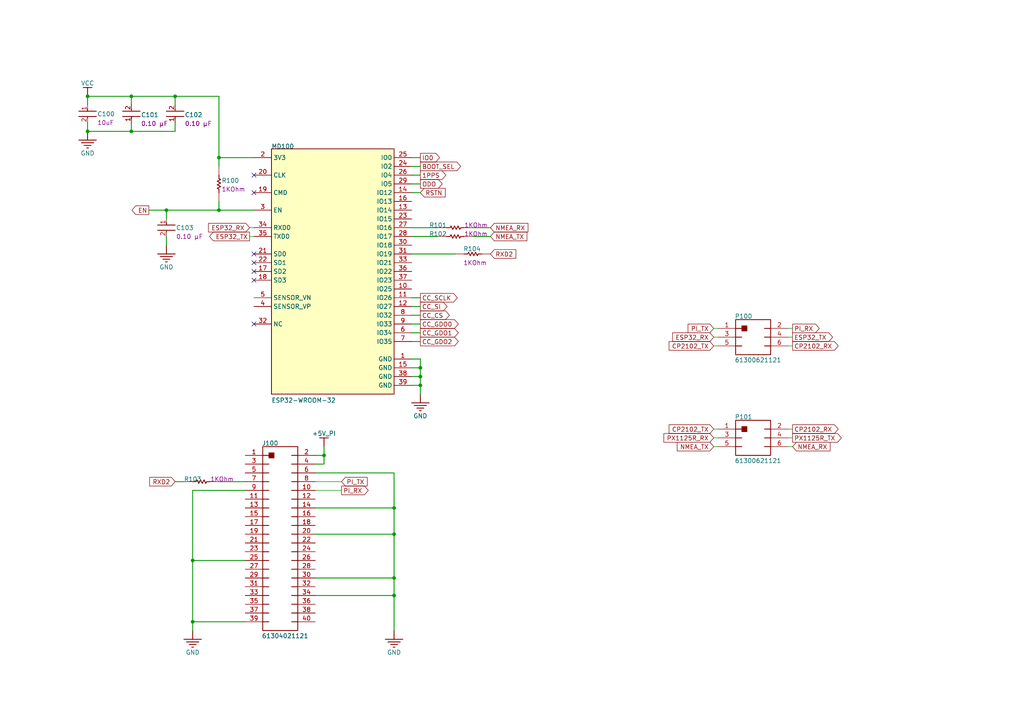
<source format=kicad_sch>
(kicad_sch (version 20211123) (generator eeschema)

  (uuid 090ada71-a4e9-46e8-9b87-f6f49d8424b8)

  (paper "A4")

  (lib_symbols
    (symbol "1-ESP32-altium-import:+5V_PI" (power) (in_bom yes) (on_board yes)
      (property "Reference" "#PWR" (id 0) (at 0 0 0)
        (effects (font (size 1.27 1.27)))
      )
      (property "Value" "+5V_PI" (id 1) (at 0 3.81 0)
        (effects (font (size 1.27 1.27)))
      )
      (property "Footprint" "" (id 2) (at 0 0 0)
        (effects (font (size 1.27 1.27)) hide)
      )
      (property "Datasheet" "" (id 3) (at 0 0 0)
        (effects (font (size 1.27 1.27)) hide)
      )
      (property "ki_keywords" "power-flag" (id 4) (at 0 0 0)
        (effects (font (size 1.27 1.27)) hide)
      )
      (property "ki_description" "Power symbol creates a global label with name '+5V_PI'" (id 5) (at 0 0 0)
        (effects (font (size 1.27 1.27)) hide)
      )
      (symbol "+5V_PI_0_0"
        (polyline
          (pts
            (xy -1.27 -2.54)
            (xy 1.27 -2.54)
          )
          (stroke (width 0.254) (type default) (color 0 0 0 0))
          (fill (type none))
        )
        (polyline
          (pts
            (xy 0 0)
            (xy 0 -2.54)
          )
          (stroke (width 0.254) (type default) (color 0 0 0 0))
          (fill (type none))
        )
        (pin power_in line (at 0 0 0) (length 0) hide
          (name "+5V_PI" (effects (font (size 1.27 1.27))))
          (number "" (effects (font (size 1.27 1.27))))
        )
      )
    )
    (symbol "1-ESP32-altium-import:0_WE-CN-2P-M-R40" (in_bom yes) (on_board yes)
      (property "Reference" "" (id 0) (at 0 0 0)
        (effects (font (size 1.27 1.27)))
      )
      (property "Value" "0_WE-CN-2P-M-R40" (id 1) (at 0 0 0)
        (effects (font (size 1.27 1.27)))
      )
      (property "Footprint" "" (id 2) (at 0 0 0)
        (effects (font (size 1.27 1.27)) hide)
      )
      (property "Datasheet" "" (id 3) (at 0 0 0)
        (effects (font (size 1.27 1.27)) hide)
      )
      (property "ki_description" "THT Vertical Pin Header WR-PHD, Pitch 2.54 mm, Dual Row, 40 pins" (id 4) (at 0 0 0)
        (effects (font (size 1.27 1.27)) hide)
      )
      (property "ki_fp_filters" "61304021121" (id 5) (at 0 0 0)
        (effects (font (size 1.27 1.27)) hide)
      )
      (symbol "0_WE-CN-2P-M-R40_1_0"
        (polyline
          (pts
            (xy 0 -50.8)
            (xy 1.778 -50.8)
          )
          (stroke (width 0.254) (type default) (color 0 0 0 0))
          (fill (type none))
        )
        (polyline
          (pts
            (xy 0 -48.26)
            (xy 1.778 -48.26)
          )
          (stroke (width 0.254) (type default) (color 0 0 0 0))
          (fill (type none))
        )
        (polyline
          (pts
            (xy 0 -45.72)
            (xy 1.778 -45.72)
          )
          (stroke (width 0.254) (type default) (color 0 0 0 0))
          (fill (type none))
        )
        (polyline
          (pts
            (xy 0 -43.18)
            (xy 1.778 -43.18)
          )
          (stroke (width 0.254) (type default) (color 0 0 0 0))
          (fill (type none))
        )
        (polyline
          (pts
            (xy 0 -40.64)
            (xy 1.778 -40.64)
          )
          (stroke (width 0.254) (type default) (color 0 0 0 0))
          (fill (type none))
        )
        (polyline
          (pts
            (xy 0 -38.1)
            (xy 1.778 -38.1)
          )
          (stroke (width 0.254) (type default) (color 0 0 0 0))
          (fill (type none))
        )
        (polyline
          (pts
            (xy 0 -35.56)
            (xy 1.778 -35.56)
          )
          (stroke (width 0.254) (type default) (color 0 0 0 0))
          (fill (type none))
        )
        (polyline
          (pts
            (xy 0 -33.02)
            (xy 1.778 -33.02)
          )
          (stroke (width 0.254) (type default) (color 0 0 0 0))
          (fill (type none))
        )
        (polyline
          (pts
            (xy 0 -30.48)
            (xy 1.778 -30.48)
          )
          (stroke (width 0.254) (type default) (color 0 0 0 0))
          (fill (type none))
        )
        (polyline
          (pts
            (xy 0 -27.94)
            (xy 1.778 -27.94)
          )
          (stroke (width 0.254) (type default) (color 0 0 0 0))
          (fill (type none))
        )
        (polyline
          (pts
            (xy 0 -25.4)
            (xy 1.778 -25.4)
          )
          (stroke (width 0.254) (type default) (color 0 0 0 0))
          (fill (type none))
        )
        (polyline
          (pts
            (xy 0 -22.86)
            (xy 1.778 -22.86)
          )
          (stroke (width 0.254) (type default) (color 0 0 0 0))
          (fill (type none))
        )
        (polyline
          (pts
            (xy 0 -20.32)
            (xy 1.778 -20.32)
          )
          (stroke (width 0.254) (type default) (color 0 0 0 0))
          (fill (type none))
        )
        (polyline
          (pts
            (xy 0 -17.78)
            (xy 1.778 -17.78)
          )
          (stroke (width 0.254) (type default) (color 0 0 0 0))
          (fill (type none))
        )
        (polyline
          (pts
            (xy 0 -15.24)
            (xy 1.778 -15.24)
          )
          (stroke (width 0.254) (type default) (color 0 0 0 0))
          (fill (type none))
        )
        (polyline
          (pts
            (xy 0 -12.7)
            (xy 1.778 -12.7)
          )
          (stroke (width 0.254) (type default) (color 0 0 0 0))
          (fill (type none))
        )
        (polyline
          (pts
            (xy 0 -10.16)
            (xy 1.778 -10.16)
          )
          (stroke (width 0.254) (type default) (color 0 0 0 0))
          (fill (type none))
        )
        (polyline
          (pts
            (xy 0 -7.62)
            (xy 1.778 -7.62)
          )
          (stroke (width 0.254) (type default) (color 0 0 0 0))
          (fill (type none))
        )
        (polyline
          (pts
            (xy 0 -5.08)
            (xy 1.778 -5.08)
          )
          (stroke (width 0.254) (type default) (color 0 0 0 0))
          (fill (type none))
        )
        (polyline
          (pts
            (xy 0 -2.54)
            (xy 1.778 -2.54)
          )
          (stroke (width 0.254) (type default) (color 0 0 0 0))
          (fill (type none))
        )
        (polyline
          (pts
            (xy 10.16 -50.8)
            (xy 8.382 -50.8)
          )
          (stroke (width 0.254) (type default) (color 0 0 0 0))
          (fill (type none))
        )
        (polyline
          (pts
            (xy 10.16 -48.26)
            (xy 8.382 -48.26)
          )
          (stroke (width 0.254) (type default) (color 0 0 0 0))
          (fill (type none))
        )
        (polyline
          (pts
            (xy 10.16 -45.72)
            (xy 8.382 -45.72)
          )
          (stroke (width 0.254) (type default) (color 0 0 0 0))
          (fill (type none))
        )
        (polyline
          (pts
            (xy 10.16 -43.18)
            (xy 8.382 -43.18)
          )
          (stroke (width 0.254) (type default) (color 0 0 0 0))
          (fill (type none))
        )
        (polyline
          (pts
            (xy 10.16 -40.64)
            (xy 8.382 -40.64)
          )
          (stroke (width 0.254) (type default) (color 0 0 0 0))
          (fill (type none))
        )
        (polyline
          (pts
            (xy 10.16 -38.1)
            (xy 8.382 -38.1)
          )
          (stroke (width 0.254) (type default) (color 0 0 0 0))
          (fill (type none))
        )
        (polyline
          (pts
            (xy 10.16 -35.56)
            (xy 8.382 -35.56)
          )
          (stroke (width 0.254) (type default) (color 0 0 0 0))
          (fill (type none))
        )
        (polyline
          (pts
            (xy 10.16 -33.02)
            (xy 8.382 -33.02)
          )
          (stroke (width 0.254) (type default) (color 0 0 0 0))
          (fill (type none))
        )
        (polyline
          (pts
            (xy 10.16 -30.48)
            (xy 8.382 -30.48)
          )
          (stroke (width 0.254) (type default) (color 0 0 0 0))
          (fill (type none))
        )
        (polyline
          (pts
            (xy 10.16 -27.94)
            (xy 8.382 -27.94)
          )
          (stroke (width 0.254) (type default) (color 0 0 0 0))
          (fill (type none))
        )
        (polyline
          (pts
            (xy 10.16 -25.4)
            (xy 8.382 -25.4)
          )
          (stroke (width 0.254) (type default) (color 0 0 0 0))
          (fill (type none))
        )
        (polyline
          (pts
            (xy 10.16 -22.86)
            (xy 8.382 -22.86)
          )
          (stroke (width 0.254) (type default) (color 0 0 0 0))
          (fill (type none))
        )
        (polyline
          (pts
            (xy 10.16 -20.32)
            (xy 8.382 -20.32)
          )
          (stroke (width 0.254) (type default) (color 0 0 0 0))
          (fill (type none))
        )
        (polyline
          (pts
            (xy 10.16 -17.78)
            (xy 8.382 -17.78)
          )
          (stroke (width 0.254) (type default) (color 0 0 0 0))
          (fill (type none))
        )
        (polyline
          (pts
            (xy 10.16 -15.24)
            (xy 8.382 -15.24)
          )
          (stroke (width 0.254) (type default) (color 0 0 0 0))
          (fill (type none))
        )
        (polyline
          (pts
            (xy 10.16 -12.7)
            (xy 8.382 -12.7)
          )
          (stroke (width 0.254) (type default) (color 0 0 0 0))
          (fill (type none))
        )
        (polyline
          (pts
            (xy 10.16 -10.16)
            (xy 8.382 -10.16)
          )
          (stroke (width 0.254) (type default) (color 0 0 0 0))
          (fill (type none))
        )
        (polyline
          (pts
            (xy 10.16 -7.62)
            (xy 8.382 -7.62)
          )
          (stroke (width 0.254) (type default) (color 0 0 0 0))
          (fill (type none))
        )
        (polyline
          (pts
            (xy 10.16 -5.08)
            (xy 8.382 -5.08)
          )
          (stroke (width 0.254) (type default) (color 0 0 0 0))
          (fill (type none))
        )
        (polyline
          (pts
            (xy 10.16 -2.54)
            (xy 8.382 -2.54)
          )
          (stroke (width 0.254) (type default) (color 0 0 0 0))
          (fill (type none))
        )
        (polyline
          (pts
            (xy 0 0)
            (xy 10.16 0)
            (xy 10.16 -53.34)
            (xy 0 -53.34)
            (xy 0 0)
            (xy 0 -1.27)
          )
          (stroke (width 0.254) (type default) (color 0 0 0 0))
          (fill (type none))
        )
        (rectangle (start 3.302 -1.778) (end 1.778 -3.302)
          (stroke (width 0) (type default) (color 0 0 0 0))
          (fill (type outline))
        )
        (pin passive line (at -5.08 -2.54 0) (length 5.08)
          (name "1" (effects (font (size 0 0))))
          (number "1" (effects (font (size 1.27 1.27))))
        )
        (pin passive line (at 15.24 -12.7 180) (length 5.08)
          (name "10" (effects (font (size 0 0))))
          (number "10" (effects (font (size 1.27 1.27))))
        )
        (pin passive line (at -5.08 -15.24 0) (length 5.08)
          (name "11" (effects (font (size 0 0))))
          (number "11" (effects (font (size 1.27 1.27))))
        )
        (pin passive line (at 15.24 -15.24 180) (length 5.08)
          (name "12" (effects (font (size 0 0))))
          (number "12" (effects (font (size 1.27 1.27))))
        )
        (pin passive line (at -5.08 -17.78 0) (length 5.08)
          (name "13" (effects (font (size 0 0))))
          (number "13" (effects (font (size 1.27 1.27))))
        )
        (pin passive line (at 15.24 -17.78 180) (length 5.08)
          (name "14" (effects (font (size 0 0))))
          (number "14" (effects (font (size 1.27 1.27))))
        )
        (pin passive line (at -5.08 -20.32 0) (length 5.08)
          (name "15" (effects (font (size 0 0))))
          (number "15" (effects (font (size 1.27 1.27))))
        )
        (pin passive line (at 15.24 -20.32 180) (length 5.08)
          (name "16" (effects (font (size 0 0))))
          (number "16" (effects (font (size 1.27 1.27))))
        )
        (pin passive line (at -5.08 -22.86 0) (length 5.08)
          (name "17" (effects (font (size 0 0))))
          (number "17" (effects (font (size 1.27 1.27))))
        )
        (pin passive line (at 15.24 -22.86 180) (length 5.08)
          (name "18" (effects (font (size 0 0))))
          (number "18" (effects (font (size 1.27 1.27))))
        )
        (pin passive line (at -5.08 -25.4 0) (length 5.08)
          (name "19" (effects (font (size 0 0))))
          (number "19" (effects (font (size 1.27 1.27))))
        )
        (pin passive line (at 15.24 -2.54 180) (length 5.08)
          (name "2" (effects (font (size 0 0))))
          (number "2" (effects (font (size 1.27 1.27))))
        )
        (pin passive line (at 15.24 -25.4 180) (length 5.08)
          (name "20" (effects (font (size 0 0))))
          (number "20" (effects (font (size 1.27 1.27))))
        )
        (pin passive line (at -5.08 -27.94 0) (length 5.08)
          (name "21" (effects (font (size 0 0))))
          (number "21" (effects (font (size 1.27 1.27))))
        )
        (pin passive line (at 15.24 -27.94 180) (length 5.08)
          (name "22" (effects (font (size 0 0))))
          (number "22" (effects (font (size 1.27 1.27))))
        )
        (pin passive line (at -5.08 -30.48 0) (length 5.08)
          (name "23" (effects (font (size 0 0))))
          (number "23" (effects (font (size 1.27 1.27))))
        )
        (pin passive line (at 15.24 -30.48 180) (length 5.08)
          (name "24" (effects (font (size 0 0))))
          (number "24" (effects (font (size 1.27 1.27))))
        )
        (pin passive line (at -5.08 -33.02 0) (length 5.08)
          (name "25" (effects (font (size 0 0))))
          (number "25" (effects (font (size 1.27 1.27))))
        )
        (pin passive line (at 15.24 -33.02 180) (length 5.08)
          (name "26" (effects (font (size 0 0))))
          (number "26" (effects (font (size 1.27 1.27))))
        )
        (pin passive line (at -5.08 -35.56 0) (length 5.08)
          (name "27" (effects (font (size 0 0))))
          (number "27" (effects (font (size 1.27 1.27))))
        )
        (pin passive line (at 15.24 -35.56 180) (length 5.08)
          (name "28" (effects (font (size 0 0))))
          (number "28" (effects (font (size 1.27 1.27))))
        )
        (pin passive line (at -5.08 -38.1 0) (length 5.08)
          (name "29" (effects (font (size 0 0))))
          (number "29" (effects (font (size 1.27 1.27))))
        )
        (pin passive line (at -5.08 -5.08 0) (length 5.08)
          (name "3" (effects (font (size 0 0))))
          (number "3" (effects (font (size 1.27 1.27))))
        )
        (pin passive line (at 15.24 -38.1 180) (length 5.08)
          (name "30" (effects (font (size 0 0))))
          (number "30" (effects (font (size 1.27 1.27))))
        )
        (pin passive line (at -5.08 -40.64 0) (length 5.08)
          (name "31" (effects (font (size 0 0))))
          (number "31" (effects (font (size 1.27 1.27))))
        )
        (pin passive line (at 15.24 -40.64 180) (length 5.08)
          (name "32" (effects (font (size 0 0))))
          (number "32" (effects (font (size 1.27 1.27))))
        )
        (pin passive line (at -5.08 -43.18 0) (length 5.08)
          (name "33" (effects (font (size 0 0))))
          (number "33" (effects (font (size 1.27 1.27))))
        )
        (pin passive line (at 15.24 -43.18 180) (length 5.08)
          (name "34" (effects (font (size 0 0))))
          (number "34" (effects (font (size 1.27 1.27))))
        )
        (pin passive line (at -5.08 -45.72 0) (length 5.08)
          (name "35" (effects (font (size 0 0))))
          (number "35" (effects (font (size 1.27 1.27))))
        )
        (pin passive line (at 15.24 -45.72 180) (length 5.08)
          (name "36" (effects (font (size 0 0))))
          (number "36" (effects (font (size 1.27 1.27))))
        )
        (pin passive line (at -5.08 -48.26 0) (length 5.08)
          (name "37" (effects (font (size 0 0))))
          (number "37" (effects (font (size 1.27 1.27))))
        )
        (pin passive line (at 15.24 -48.26 180) (length 5.08)
          (name "38" (effects (font (size 0 0))))
          (number "38" (effects (font (size 1.27 1.27))))
        )
        (pin passive line (at -5.08 -50.8 0) (length 5.08)
          (name "39" (effects (font (size 0 0))))
          (number "39" (effects (font (size 1.27 1.27))))
        )
        (pin passive line (at 15.24 -5.08 180) (length 5.08)
          (name "4" (effects (font (size 0 0))))
          (number "4" (effects (font (size 1.27 1.27))))
        )
        (pin passive line (at 15.24 -50.8 180) (length 5.08)
          (name "40" (effects (font (size 0 0))))
          (number "40" (effects (font (size 1.27 1.27))))
        )
        (pin passive line (at -5.08 -7.62 0) (length 5.08)
          (name "5" (effects (font (size 0 0))))
          (number "5" (effects (font (size 1.27 1.27))))
        )
        (pin passive line (at 15.24 -7.62 180) (length 5.08)
          (name "6" (effects (font (size 0 0))))
          (number "6" (effects (font (size 1.27 1.27))))
        )
        (pin passive line (at -5.08 -10.16 0) (length 5.08)
          (name "7" (effects (font (size 0 0))))
          (number "7" (effects (font (size 1.27 1.27))))
        )
        (pin passive line (at 15.24 -10.16 180) (length 5.08)
          (name "8" (effects (font (size 0 0))))
          (number "8" (effects (font (size 1.27 1.27))))
        )
        (pin passive line (at -5.08 -12.7 0) (length 5.08)
          (name "9" (effects (font (size 0 0))))
          (number "9" (effects (font (size 1.27 1.27))))
        )
      )
    )
    (symbol "1-ESP32-altium-import:0_WE-CN-2P-M-R6" (in_bom yes) (on_board yes)
      (property "Reference" "" (id 0) (at 0 0 0)
        (effects (font (size 1.27 1.27)))
      )
      (property "Value" "0_WE-CN-2P-M-R6" (id 1) (at 0 0 0)
        (effects (font (size 1.27 1.27)))
      )
      (property "Footprint" "" (id 2) (at 0 0 0)
        (effects (font (size 1.27 1.27)) hide)
      )
      (property "Datasheet" "" (id 3) (at 0 0 0)
        (effects (font (size 1.27 1.27)) hide)
      )
      (property "ki_description" "THT Vertical Pin Header WR-PHD, Pitch 2.54 mm, Dual Row, 6 pins" (id 4) (at 0 0 0)
        (effects (font (size 1.27 1.27)) hide)
      )
      (property "ki_fp_filters" "61300621121" (id 5) (at 0 0 0)
        (effects (font (size 1.27 1.27)) hide)
      )
      (symbol "0_WE-CN-2P-M-R6_1_0"
        (polyline
          (pts
            (xy 0 -7.62)
            (xy 1.778 -7.62)
          )
          (stroke (width 0.254) (type default) (color 0 0 0 0))
          (fill (type none))
        )
        (polyline
          (pts
            (xy 0 -5.08)
            (xy 1.778 -5.08)
          )
          (stroke (width 0.254) (type default) (color 0 0 0 0))
          (fill (type none))
        )
        (polyline
          (pts
            (xy 0 -2.54)
            (xy 1.778 -2.54)
          )
          (stroke (width 0.254) (type default) (color 0 0 0 0))
          (fill (type none))
        )
        (polyline
          (pts
            (xy 10.16 -7.62)
            (xy 8.382 -7.62)
          )
          (stroke (width 0.254) (type default) (color 0 0 0 0))
          (fill (type none))
        )
        (polyline
          (pts
            (xy 10.16 -5.08)
            (xy 8.382 -5.08)
          )
          (stroke (width 0.254) (type default) (color 0 0 0 0))
          (fill (type none))
        )
        (polyline
          (pts
            (xy 10.16 -2.54)
            (xy 8.382 -2.54)
          )
          (stroke (width 0.254) (type default) (color 0 0 0 0))
          (fill (type none))
        )
        (polyline
          (pts
            (xy 0 0)
            (xy 10.16 0)
            (xy 10.16 -10.16)
            (xy 0 -10.16)
            (xy 0 0)
            (xy 0 -1.27)
          )
          (stroke (width 0.254) (type default) (color 0 0 0 0))
          (fill (type none))
        )
        (rectangle (start 3.302 -1.778) (end 1.778 -3.302)
          (stroke (width 0) (type default) (color 0 0 0 0))
          (fill (type outline))
        )
        (pin passive line (at -5.08 -2.54 0) (length 5.08)
          (name "1" (effects (font (size 0 0))))
          (number "1" (effects (font (size 1.27 1.27))))
        )
        (pin passive line (at 15.24 -2.54 180) (length 5.08)
          (name "2" (effects (font (size 0 0))))
          (number "2" (effects (font (size 1.27 1.27))))
        )
        (pin passive line (at -5.08 -5.08 0) (length 5.08)
          (name "3" (effects (font (size 0 0))))
          (number "3" (effects (font (size 1.27 1.27))))
        )
        (pin passive line (at 15.24 -5.08 180) (length 5.08)
          (name "4" (effects (font (size 0 0))))
          (number "4" (effects (font (size 1.27 1.27))))
        )
        (pin passive line (at -5.08 -7.62 0) (length 5.08)
          (name "5" (effects (font (size 0 0))))
          (number "5" (effects (font (size 1.27 1.27))))
        )
        (pin passive line (at 15.24 -7.62 180) (length 5.08)
          (name "6" (effects (font (size 0 0))))
          (number "6" (effects (font (size 1.27 1.27))))
        )
      )
    )
    (symbol "1-ESP32-altium-import:0_b4654b650e69147ec39a6b967a45e02" (in_bom yes) (on_board yes)
      (property "Reference" "" (id 0) (at 0 0 0)
        (effects (font (size 1.27 1.27)))
      )
      (property "Value" "0_b4654b650e69147ec39a6b967a45e02" (id 1) (at 0 0 0)
        (effects (font (size 1.27 1.27)))
      )
      (property "Footprint" "" (id 2) (at 0 0 0)
        (effects (font (size 1.27 1.27)) hide)
      )
      (property "Datasheet" "" (id 3) (at 0 0 0)
        (effects (font (size 1.27 1.27)) hide)
      )
      (property "ki_description" "CAP CER 0.1UF 50V X7R 0805" (id 4) (at 0 0 0)
        (effects (font (size 1.27 1.27)) hide)
      )
      (property "ki_fp_filters" "FP-C0805C-DN-MFG" (id 5) (at 0 0 0)
        (effects (font (size 1.27 1.27)) hide)
      )
      (symbol "0_b4654b650e69147ec39a6b967a45e02_1_0"
        (polyline
          (pts
            (xy 0 -3.556)
            (xy 0 -3.81)
          )
          (stroke (width 0.254) (type default) (color 0 0 0 0))
          (fill (type none))
        )
        (polyline
          (pts
            (xy 0 -1.778)
            (xy 0 -1.016)
          )
          (stroke (width 0.254) (type default) (color 0 0 0 0))
          (fill (type none))
        )
        (polyline
          (pts
            (xy 2.54 -3.302)
            (xy -2.54 -3.302)
          )
          (stroke (width 0.254) (type default) (color 0 0 0 0))
          (fill (type none))
        )
        (polyline
          (pts
            (xy 2.54 -1.778)
            (xy -2.54 -1.778)
          )
          (stroke (width 0.254) (type default) (color 0 0 0 0))
          (fill (type none))
        )
        (pin passive line (at 0 0 270) (length 1.778)
          (name "1" (effects (font (size 0 0))))
          (number "1" (effects (font (size 1.27 1.27))))
        )
        (pin passive line (at 0 -5.08 90) (length 1.524)
          (name "2" (effects (font (size 0 0))))
          (number "2" (effects (font (size 1.27 1.27))))
        )
      )
    )
    (symbol "1-ESP32-altium-import:0_ee866abf0b6c51247b7f5cdebf2f250" (in_bom yes) (on_board yes)
      (property "Reference" "" (id 0) (at 0 0 0)
        (effects (font (size 1.27 1.27)))
      )
      (property "Value" "0_ee866abf0b6c51247b7f5cdebf2f250" (id 1) (at 0 0 0)
        (effects (font (size 1.27 1.27)))
      )
      (property "Footprint" "" (id 2) (at 0 0 0)
        (effects (font (size 1.27 1.27)) hide)
      )
      (property "Datasheet" "" (id 3) (at 0 0 0)
        (effects (font (size 1.27 1.27)) hide)
      )
      (property "ki_description" "RX TXRX MOD WIFI SURFACE MOUNT" (id 4) (at 0 0 0)
        (effects (font (size 1.27 1.27)) hide)
      )
      (property "ki_fp_filters" "FP-ESP32-WROOM-32-MFG" (id 5) (at 0 0 0)
        (effects (font (size 1.27 1.27)) hide)
      )
      (symbol "0_ee866abf0b6c51247b7f5cdebf2f250_1_0"
        (rectangle (start 40.64 2.54) (end 5.08 -68.58)
          (stroke (width 0.254) (type default) (color 0 0 0 0))
          (fill (type background))
        )
        (pin power_in line (at 45.72 -58.42 180) (length 5.08)
          (name "GND" (effects (font (size 1.27 1.27))))
          (number "1" (effects (font (size 1.27 1.27))))
        )
        (pin bidirectional line (at 45.72 -38.1 180) (length 5.08)
          (name "IO25" (effects (font (size 1.27 1.27))))
          (number "10" (effects (font (size 1.27 1.27))))
        )
        (pin bidirectional line (at 45.72 -40.64 180) (length 5.08)
          (name "IO26" (effects (font (size 1.27 1.27))))
          (number "11" (effects (font (size 1.27 1.27))))
        )
        (pin bidirectional line (at 45.72 -43.18 180) (length 5.08)
          (name "IO27" (effects (font (size 1.27 1.27))))
          (number "12" (effects (font (size 1.27 1.27))))
        )
        (pin bidirectional line (at 45.72 -15.24 180) (length 5.08)
          (name "IO14" (effects (font (size 1.27 1.27))))
          (number "13" (effects (font (size 1.27 1.27))))
        )
        (pin bidirectional line (at 45.72 -10.16 180) (length 5.08)
          (name "IO12" (effects (font (size 1.27 1.27))))
          (number "14" (effects (font (size 1.27 1.27))))
        )
        (pin power_in line (at 45.72 -60.96 180) (length 5.08)
          (name "GND" (effects (font (size 1.27 1.27))))
          (number "15" (effects (font (size 1.27 1.27))))
        )
        (pin bidirectional line (at 45.72 -12.7 180) (length 5.08)
          (name "IO13" (effects (font (size 1.27 1.27))))
          (number "16" (effects (font (size 1.27 1.27))))
        )
        (pin bidirectional line (at 0 -33.02 0) (length 5.08)
          (name "SD2" (effects (font (size 1.27 1.27))))
          (number "17" (effects (font (size 1.27 1.27))))
        )
        (pin bidirectional line (at 0 -35.56 0) (length 5.08)
          (name "SD3" (effects (font (size 1.27 1.27))))
          (number "18" (effects (font (size 1.27 1.27))))
        )
        (pin bidirectional line (at 0 -10.16 0) (length 5.08)
          (name "CMD" (effects (font (size 1.27 1.27))))
          (number "19" (effects (font (size 1.27 1.27))))
        )
        (pin power_in line (at 0 0 0) (length 5.08)
          (name "3V3" (effects (font (size 1.27 1.27))))
          (number "2" (effects (font (size 1.27 1.27))))
        )
        (pin bidirectional line (at 0 -5.08 0) (length 5.08)
          (name "CLK" (effects (font (size 1.27 1.27))))
          (number "20" (effects (font (size 1.27 1.27))))
        )
        (pin bidirectional line (at 0 -27.94 0) (length 5.08)
          (name "SD0" (effects (font (size 1.27 1.27))))
          (number "21" (effects (font (size 1.27 1.27))))
        )
        (pin bidirectional line (at 0 -30.48 0) (length 5.08)
          (name "SD1" (effects (font (size 1.27 1.27))))
          (number "22" (effects (font (size 1.27 1.27))))
        )
        (pin bidirectional line (at 45.72 -17.78 180) (length 5.08)
          (name "IO15" (effects (font (size 1.27 1.27))))
          (number "23" (effects (font (size 1.27 1.27))))
        )
        (pin bidirectional line (at 45.72 -2.54 180) (length 5.08)
          (name "IO2" (effects (font (size 1.27 1.27))))
          (number "24" (effects (font (size 1.27 1.27))))
        )
        (pin bidirectional line (at 45.72 0 180) (length 5.08)
          (name "IO0" (effects (font (size 1.27 1.27))))
          (number "25" (effects (font (size 1.27 1.27))))
        )
        (pin bidirectional line (at 45.72 -5.08 180) (length 5.08)
          (name "IO4" (effects (font (size 1.27 1.27))))
          (number "26" (effects (font (size 1.27 1.27))))
        )
        (pin bidirectional line (at 45.72 -20.32 180) (length 5.08)
          (name "IO16" (effects (font (size 1.27 1.27))))
          (number "27" (effects (font (size 1.27 1.27))))
        )
        (pin bidirectional line (at 45.72 -22.86 180) (length 5.08)
          (name "IO17" (effects (font (size 1.27 1.27))))
          (number "28" (effects (font (size 1.27 1.27))))
        )
        (pin bidirectional line (at 45.72 -7.62 180) (length 5.08)
          (name "IO5" (effects (font (size 1.27 1.27))))
          (number "29" (effects (font (size 1.27 1.27))))
        )
        (pin input line (at 0 -15.24 0) (length 5.08)
          (name "EN" (effects (font (size 1.27 1.27))))
          (number "3" (effects (font (size 1.27 1.27))))
        )
        (pin bidirectional line (at 45.72 -25.4 180) (length 5.08)
          (name "IO18" (effects (font (size 1.27 1.27))))
          (number "30" (effects (font (size 1.27 1.27))))
        )
        (pin bidirectional line (at 45.72 -27.94 180) (length 5.08)
          (name "IO19" (effects (font (size 1.27 1.27))))
          (number "31" (effects (font (size 1.27 1.27))))
        )
        (pin passive line (at 0 -48.26 0) (length 5.08)
          (name "NC" (effects (font (size 1.27 1.27))))
          (number "32" (effects (font (size 1.27 1.27))))
        )
        (pin bidirectional line (at 45.72 -30.48 180) (length 5.08)
          (name "IO21" (effects (font (size 1.27 1.27))))
          (number "33" (effects (font (size 1.27 1.27))))
        )
        (pin bidirectional line (at 0 -20.32 0) (length 5.08)
          (name "RXD0" (effects (font (size 1.27 1.27))))
          (number "34" (effects (font (size 1.27 1.27))))
        )
        (pin bidirectional line (at 0 -22.86 0) (length 5.08)
          (name "TXD0" (effects (font (size 1.27 1.27))))
          (number "35" (effects (font (size 1.27 1.27))))
        )
        (pin bidirectional line (at 45.72 -33.02 180) (length 5.08)
          (name "IO22" (effects (font (size 1.27 1.27))))
          (number "36" (effects (font (size 1.27 1.27))))
        )
        (pin bidirectional line (at 45.72 -35.56 180) (length 5.08)
          (name "IO23" (effects (font (size 1.27 1.27))))
          (number "37" (effects (font (size 1.27 1.27))))
        )
        (pin power_in line (at 45.72 -63.5 180) (length 5.08)
          (name "GND" (effects (font (size 1.27 1.27))))
          (number "38" (effects (font (size 1.27 1.27))))
        )
        (pin power_in line (at 45.72 -66.04 180) (length 5.08)
          (name "GND" (effects (font (size 1.27 1.27))))
          (number "39" (effects (font (size 1.27 1.27))))
        )
        (pin bidirectional line (at 0 -43.18 0) (length 5.08)
          (name "SENSOR_VP" (effects (font (size 1.27 1.27))))
          (number "4" (effects (font (size 1.27 1.27))))
        )
        (pin bidirectional line (at 0 -40.64 0) (length 5.08)
          (name "SENSOR_VN" (effects (font (size 1.27 1.27))))
          (number "5" (effects (font (size 1.27 1.27))))
        )
        (pin bidirectional line (at 45.72 -50.8 180) (length 5.08)
          (name "IO34" (effects (font (size 1.27 1.27))))
          (number "6" (effects (font (size 1.27 1.27))))
        )
        (pin bidirectional line (at 45.72 -53.34 180) (length 5.08)
          (name "IO35" (effects (font (size 1.27 1.27))))
          (number "7" (effects (font (size 1.27 1.27))))
        )
        (pin bidirectional line (at 45.72 -45.72 180) (length 5.08)
          (name "IO32" (effects (font (size 1.27 1.27))))
          (number "8" (effects (font (size 1.27 1.27))))
        )
        (pin bidirectional line (at 45.72 -48.26 180) (length 5.08)
          (name "IO33" (effects (font (size 1.27 1.27))))
          (number "9" (effects (font (size 1.27 1.27))))
        )
      )
    )
    (symbol "1-ESP32-altium-import:1_RES-2" (in_bom yes) (on_board yes)
      (property "Reference" "" (id 0) (at 0 0 0)
        (effects (font (size 1.27 1.27)))
      )
      (property "Value" "1_RES-2" (id 1) (at 0 0 0)
        (effects (font (size 1.27 1.27)))
      )
      (property "Footprint" "" (id 2) (at 0 0 0)
        (effects (font (size 1.27 1.27)) hide)
      )
      (property "Datasheet" "" (id 3) (at 0 0 0)
        (effects (font (size 1.27 1.27)) hide)
      )
      (property "ki_description" "Chip Resistor, 1 KOhm, +/- 1%, 125 mW, -55 to 155 degC, 0805 (2012 Metric), RoHS, Tape and Reel" (id 4) (at 0 0 0)
        (effects (font (size 1.27 1.27)) hide)
      )
      (property "ki_fp_filters" "RESC2013X60X35ML10T20" (id 5) (at 0 0 0)
        (effects (font (size 1.27 1.27)) hide)
      )
      (symbol "1_RES-2_1_0"
        (polyline
          (pts
            (xy 0 5.08)
            (xy 0 4.064)
            (xy 0.508 3.81)
            (xy -0.508 3.302)
            (xy 0.508 2.794)
            (xy -0.508 2.286)
            (xy 0.508 1.778)
            (xy -0.508 1.27)
            (xy 0 1.016)
            (xy 0 0)
          )
          (stroke (width 0.254) (type default) (color 0 0 0 0))
          (fill (type none))
        )
        (pin passive line (at 0 -2.54 90) (length 2.54)
          (name "1" (effects (font (size 0 0))))
          (number "1" (effects (font (size 0 0))))
        )
        (pin passive line (at 0 7.62 270) (length 2.54)
          (name "2" (effects (font (size 0 0))))
          (number "2" (effects (font (size 0 0))))
        )
      )
    )
    (symbol "1-ESP32-altium-import:2_RES-2" (in_bom yes) (on_board yes)
      (property "Reference" "" (id 0) (at 0 0 0)
        (effects (font (size 1.27 1.27)))
      )
      (property "Value" "2_RES-2" (id 1) (at 0 0 0)
        (effects (font (size 1.27 1.27)))
      )
      (property "Footprint" "" (id 2) (at 0 0 0)
        (effects (font (size 1.27 1.27)) hide)
      )
      (property "Datasheet" "" (id 3) (at 0 0 0)
        (effects (font (size 1.27 1.27)) hide)
      )
      (property "ki_description" "Chip Resistor, 1 KOhm, +/- 1%, 125 mW, -55 to 155 degC, 0805 (2012 Metric), RoHS, Tape and Reel" (id 4) (at 0 0 0)
        (effects (font (size 1.27 1.27)) hide)
      )
      (property "ki_fp_filters" "RESC2013X60X35ML10T20" (id 5) (at 0 0 0)
        (effects (font (size 1.27 1.27)) hide)
      )
      (symbol "2_RES-2_1_0"
        (polyline
          (pts
            (xy -5.08 0)
            (xy -4.064 0)
            (xy -3.81 0.508)
            (xy -3.302 -0.508)
            (xy -2.794 0.508)
            (xy -2.286 -0.508)
            (xy -1.778 0.508)
            (xy -1.27 -0.508)
            (xy -1.016 0)
            (xy 0 0)
          )
          (stroke (width 0.254) (type default) (color 0 0 0 0))
          (fill (type none))
        )
        (pin passive line (at 2.54 0 180) (length 2.54)
          (name "1" (effects (font (size 0 0))))
          (number "1" (effects (font (size 0 0))))
        )
        (pin passive line (at -7.62 0 0) (length 2.54)
          (name "2" (effects (font (size 0 0))))
          (number "2" (effects (font (size 0 0))))
        )
      )
    )
    (symbol "1-ESP32-altium-import:2_b4654b650e69147ec39a6b967a45e02" (in_bom yes) (on_board yes)
      (property "Reference" "" (id 0) (at 0 0 0)
        (effects (font (size 1.27 1.27)))
      )
      (property "Value" "2_b4654b650e69147ec39a6b967a45e02" (id 1) (at 0 0 0)
        (effects (font (size 1.27 1.27)))
      )
      (property "Footprint" "" (id 2) (at 0 0 0)
        (effects (font (size 1.27 1.27)) hide)
      )
      (property "Datasheet" "" (id 3) (at 0 0 0)
        (effects (font (size 1.27 1.27)) hide)
      )
      (property "ki_description" "CAP CER 0.1UF 50V X7R 0805" (id 4) (at 0 0 0)
        (effects (font (size 1.27 1.27)) hide)
      )
      (property "ki_fp_filters" "FP-C0805C-DN-MFG" (id 5) (at 0 0 0)
        (effects (font (size 1.27 1.27)) hide)
      )
      (symbol "2_b4654b650e69147ec39a6b967a45e02_1_0"
        (polyline
          (pts
            (xy -2.54 1.778)
            (xy 2.54 1.778)
          )
          (stroke (width 0.254) (type default) (color 0 0 0 0))
          (fill (type none))
        )
        (polyline
          (pts
            (xy -2.54 3.302)
            (xy 2.54 3.302)
          )
          (stroke (width 0.254) (type default) (color 0 0 0 0))
          (fill (type none))
        )
        (polyline
          (pts
            (xy 0 1.778)
            (xy 0 1.016)
          )
          (stroke (width 0.254) (type default) (color 0 0 0 0))
          (fill (type none))
        )
        (polyline
          (pts
            (xy 0 3.556)
            (xy 0 3.81)
          )
          (stroke (width 0.254) (type default) (color 0 0 0 0))
          (fill (type none))
        )
        (pin passive line (at 0 0 90) (length 1.778)
          (name "1" (effects (font (size 0 0))))
          (number "1" (effects (font (size 1.27 1.27))))
        )
        (pin passive line (at 0 5.08 270) (length 1.524)
          (name "2" (effects (font (size 0 0))))
          (number "2" (effects (font (size 1.27 1.27))))
        )
      )
    )
    (symbol "1-ESP32-altium-import:GND" (power) (in_bom yes) (on_board yes)
      (property "Reference" "#PWR" (id 0) (at 0 0 0)
        (effects (font (size 1.27 1.27)))
      )
      (property "Value" "GND" (id 1) (at 0 6.35 0)
        (effects (font (size 1.27 1.27)))
      )
      (property "Footprint" "" (id 2) (at 0 0 0)
        (effects (font (size 1.27 1.27)) hide)
      )
      (property "Datasheet" "" (id 3) (at 0 0 0)
        (effects (font (size 1.27 1.27)) hide)
      )
      (property "ki_keywords" "power-flag" (id 4) (at 0 0 0)
        (effects (font (size 1.27 1.27)) hide)
      )
      (property "ki_description" "Power symbol creates a global label with name 'GND'" (id 5) (at 0 0 0)
        (effects (font (size 1.27 1.27)) hide)
      )
      (symbol "GND_0_0"
        (polyline
          (pts
            (xy -2.54 -2.54)
            (xy 2.54 -2.54)
          )
          (stroke (width 0.254) (type default) (color 0 0 0 0))
          (fill (type none))
        )
        (polyline
          (pts
            (xy -1.778 -3.302)
            (xy 1.778 -3.302)
          )
          (stroke (width 0.254) (type default) (color 0 0 0 0))
          (fill (type none))
        )
        (polyline
          (pts
            (xy -1.016 -4.064)
            (xy 1.016 -4.064)
          )
          (stroke (width 0.254) (type default) (color 0 0 0 0))
          (fill (type none))
        )
        (polyline
          (pts
            (xy -0.254 -4.826)
            (xy 0.254 -4.826)
          )
          (stroke (width 0.254) (type default) (color 0 0 0 0))
          (fill (type none))
        )
        (polyline
          (pts
            (xy 0 0)
            (xy 0 -2.54)
          )
          (stroke (width 0.254) (type default) (color 0 0 0 0))
          (fill (type none))
        )
        (pin power_in line (at 0 0 0) (length 0) hide
          (name "GND" (effects (font (size 1.27 1.27))))
          (number "" (effects (font (size 1.27 1.27))))
        )
      )
    )
    (symbol "1-ESP32-altium-import:VCC" (power) (in_bom yes) (on_board yes)
      (property "Reference" "#PWR" (id 0) (at 0 0 0)
        (effects (font (size 1.27 1.27)))
      )
      (property "Value" "VCC" (id 1) (at 0 3.81 0)
        (effects (font (size 1.27 1.27)))
      )
      (property "Footprint" "" (id 2) (at 0 0 0)
        (effects (font (size 1.27 1.27)) hide)
      )
      (property "Datasheet" "" (id 3) (at 0 0 0)
        (effects (font (size 1.27 1.27)) hide)
      )
      (property "ki_keywords" "power-flag" (id 4) (at 0 0 0)
        (effects (font (size 1.27 1.27)) hide)
      )
      (property "ki_description" "Power symbol creates a global label with name 'VCC'" (id 5) (at 0 0 0)
        (effects (font (size 1.27 1.27)) hide)
      )
      (symbol "VCC_0_0"
        (polyline
          (pts
            (xy -1.27 -2.54)
            (xy 1.27 -2.54)
          )
          (stroke (width 0.254) (type default) (color 0 0 0 0))
          (fill (type none))
        )
        (polyline
          (pts
            (xy 0 0)
            (xy 0 -2.54)
          )
          (stroke (width 0.254) (type default) (color 0 0 0 0))
          (fill (type none))
        )
        (pin power_in line (at 0 0 0) (length 0) hide
          (name "VCC" (effects (font (size 1.27 1.27))))
          (number "" (effects (font (size 1.27 1.27))))
        )
      )
    )
  )

  (junction (at 114.3 172.72) (diameter 0) (color 0 0 0 0)
    (uuid 01c6356d-1bd2-411c-9b51-fd66007225d9)
  )
  (junction (at 50.8 27.94) (diameter 0) (color 0 0 0 0)
    (uuid 04166c45-423a-4ef1-85ad-0b09523d7634)
  )
  (junction (at 55.88 180.34) (diameter 0) (color 0 0 0 0)
    (uuid 2be3b993-5e16-4f06-b6c2-225ce6406b4e)
  )
  (junction (at 114.3 154.94) (diameter 0) (color 0 0 0 0)
    (uuid 3b85739b-81dd-4614-ac8f-2bd641be82b7)
  )
  (junction (at 25.4 27.94) (diameter 0) (color 0 0 0 0)
    (uuid 4b139372-d81a-4d86-a506-a564b6ab8799)
  )
  (junction (at 93.98 132.08) (diameter 0) (color 0 0 0 0)
    (uuid 50a3c5f1-b147-449f-a29a-55bad0b1711a)
  )
  (junction (at 38.1 27.94) (diameter 0) (color 0 0 0 0)
    (uuid 592dd861-06e2-4ebd-99a1-643c5d611f7a)
  )
  (junction (at 121.92 111.76) (diameter 0) (color 0 0 0 0)
    (uuid 5d09d28c-ca0f-4c92-b9a5-3d43471190d1)
  )
  (junction (at 63.5 45.72) (diameter 0) (color 0 0 0 0)
    (uuid 6088cf77-f270-4a1f-a8fd-f3fdc2e6679b)
  )
  (junction (at 63.5 60.96) (diameter 0) (color 0 0 0 0)
    (uuid 67401800-4d7e-4dbb-9a9f-f394d443e572)
  )
  (junction (at 38.1 38.1) (diameter 0) (color 0 0 0 0)
    (uuid 6809ac60-76bf-4a68-bee7-7f8611e7325c)
  )
  (junction (at 25.4 38.1) (diameter 0) (color 0 0 0 0)
    (uuid 7f49bc77-10ca-4d90-9d3a-d1b7926442d3)
  )
  (junction (at 114.3 147.32) (diameter 0) (color 0 0 0 0)
    (uuid 86122908-f194-43c8-871d-94ed3cc912d9)
  )
  (junction (at 55.88 162.56) (diameter 0) (color 0 0 0 0)
    (uuid 886ecf37-a454-4c66-9fd8-a01a03b77b0f)
  )
  (junction (at 121.92 109.22) (diameter 0) (color 0 0 0 0)
    (uuid ac38a8fc-362a-405b-874e-a42f841ae9b1)
  )
  (junction (at 114.3 167.64) (diameter 0) (color 0 0 0 0)
    (uuid aeafb591-141e-4a03-8736-a5ebdc2a540c)
  )
  (junction (at 121.92 106.68) (diameter 0) (color 0 0 0 0)
    (uuid ca6566e7-6edc-4faf-8619-08ce7a83ea20)
  )
  (junction (at 48.26 60.96) (diameter 0) (color 0 0 0 0)
    (uuid d969750f-e463-40b2-b55b-c92a5d372f98)
  )

  (no_connect (at 73.66 81.28) (uuid 01d89940-7fd5-4a36-ae70-b9ef39748ad9))
  (no_connect (at 73.66 50.8) (uuid 2f9e85df-7c47-420b-a02b-923616b5e4be))
  (no_connect (at 73.66 55.88) (uuid 55722e4f-94c9-4d8c-b6d0-1e96f1c682c0))
  (no_connect (at 73.66 76.2) (uuid 94c62116-d33c-44d1-8c71-0886bfa899b8))
  (no_connect (at 73.66 78.74) (uuid a7d7c961-f416-4350-8068-5e7b8308f76b))
  (no_connect (at 73.66 93.98) (uuid c55f9bb6-ecde-44bf-9cca-20a7a87b4a10))
  (no_connect (at 73.66 73.66) (uuid e33fe567-0019-40ea-b43b-65874fbdfd3b))

  (wire (pts (xy 132.08 73.66) (xy 119.38 73.66))
    (stroke (width 0.254) (type default) (color 0 0 0 0))
    (uuid 00064fcf-67fc-4f04-9785-c84a5d44e1c3)
  )
  (wire (pts (xy 228.6 95.25) (xy 229.87 95.25))
    (stroke (width 0) (type default) (color 0 0 0 0))
    (uuid 05d8881b-f12b-4b2a-858a-656dd73e4380)
  )
  (wire (pts (xy 121.92 109.22) (xy 121.92 106.68))
    (stroke (width 0.254) (type default) (color 0 0 0 0))
    (uuid 0a2666a3-f556-4efa-9ae6-64fa96e2990a)
  )
  (wire (pts (xy 114.3 172.72) (xy 91.44 172.72))
    (stroke (width 0.254) (type default) (color 0 0 0 0))
    (uuid 0ae1b06e-ed22-40e3-9297-720b0f2b7da1)
  )
  (wire (pts (xy 38.1 27.94) (xy 25.4 27.94))
    (stroke (width 0.254) (type default) (color 0 0 0 0))
    (uuid 0e433595-0e72-4e20-826c-d2685035a84d)
  )
  (wire (pts (xy 50.8 27.94) (xy 38.1 27.94))
    (stroke (width 0.254) (type default) (color 0 0 0 0))
    (uuid 0eaae446-2e5c-4001-b0d0-ffbf4349de4b)
  )
  (wire (pts (xy 63.5 139.7) (xy 71.12 139.7))
    (stroke (width 0.254) (type default) (color 0 0 0 0))
    (uuid 0f192aeb-70b2-4997-85c1-7c18b744e63b)
  )
  (wire (pts (xy 121.92 111.76) (xy 121.92 114.3))
    (stroke (width 0.254) (type default) (color 0 0 0 0))
    (uuid 16e22506-283d-4089-ac97-7f9436ae21a6)
  )
  (wire (pts (xy 91.44 134.62) (xy 93.98 134.62))
    (stroke (width 0.254) (type default) (color 0 0 0 0))
    (uuid 174902e3-731d-45ff-9b9a-d3843dac84fe)
  )
  (wire (pts (xy 114.3 147.32) (xy 91.44 147.32))
    (stroke (width 0.254) (type default) (color 0 0 0 0))
    (uuid 1ae6e531-6262-46e3-ae5d-87c04f005ab0)
  )
  (wire (pts (xy 25.4 27.94) (xy 25.4 30.48))
    (stroke (width 0.254) (type default) (color 0 0 0 0))
    (uuid 1eb54678-f3d9-4de8-a09e-6dd4d1e72bb0)
  )
  (wire (pts (xy 50.8 30.48) (xy 50.8 27.94))
    (stroke (width 0.254) (type default) (color 0 0 0 0))
    (uuid 2155b28a-0e5c-45c8-bfed-10294b4cf69e)
  )
  (wire (pts (xy 73.66 60.96) (xy 63.5 60.96))
    (stroke (width 0.254) (type default) (color 0 0 0 0))
    (uuid 21cd4438-af18-4898-a272-d72f75117fd1)
  )
  (wire (pts (xy 71.12 162.56) (xy 55.88 162.56))
    (stroke (width 0.254) (type default) (color 0 0 0 0))
    (uuid 2859c0a9-b419-483c-b31d-8dacd63bf23e)
  )
  (wire (pts (xy 93.98 134.62) (xy 93.98 132.08))
    (stroke (width 0.254) (type default) (color 0 0 0 0))
    (uuid 286d8519-6492-45c5-9245-e2b7feca2360)
  )
  (wire (pts (xy 50.8 35.56) (xy 50.8 38.1))
    (stroke (width 0.254) (type default) (color 0 0 0 0))
    (uuid 29ecd4d7-6422-469a-beed-6757ff58ad05)
  )
  (wire (pts (xy 91.44 132.08) (xy 93.98 132.08))
    (stroke (width 0.254) (type default) (color 0 0 0 0))
    (uuid 2e242a75-2ee7-4306-a468-d20dfafc6ce7)
  )
  (wire (pts (xy 228.6 129.54) (xy 229.87 129.54))
    (stroke (width 0) (type default) (color 0 0 0 0))
    (uuid 2e7d295f-7ec9-465f-a229-20ef5c2f4670)
  )
  (wire (pts (xy 71.12 180.34) (xy 55.88 180.34))
    (stroke (width 0.254) (type default) (color 0 0 0 0))
    (uuid 3148d56e-a6d0-4e29-8a80-f7aa8696396f)
  )
  (wire (pts (xy 142.24 68.58) (xy 137.16 68.58))
    (stroke (width 0.254) (type default) (color 0 0 0 0))
    (uuid 35564f8f-9cf2-4446-a29a-67d95c2a9822)
  )
  (wire (pts (xy 91.44 139.7) (xy 99.06 139.7))
    (stroke (width 0) (type default) (color 0 0 0 0))
    (uuid 401f6ef2-d1bf-4a36-9b54-a4447a1822e7)
  )
  (wire (pts (xy 127 66.04) (xy 119.38 66.04))
    (stroke (width 0.254) (type default) (color 0 0 0 0))
    (uuid 4654244b-6afc-42df-bc10-180ea26053d4)
  )
  (wire (pts (xy 119.38 111.76) (xy 121.92 111.76))
    (stroke (width 0.254) (type default) (color 0 0 0 0))
    (uuid 46f5b734-f8e2-49f4-acba-2ea66682b064)
  )
  (wire (pts (xy 121.92 55.88) (xy 119.38 55.88))
    (stroke (width 0.254) (type default) (color 0 0 0 0))
    (uuid 4aa2f5a6-3fef-4f22-b98f-2ef3b7ab5aed)
  )
  (wire (pts (xy 72.39 66.04) (xy 73.66 66.04))
    (stroke (width 0) (type default) (color 0 0 0 0))
    (uuid 4e3e79bd-d5ea-4538-94fb-0a4165021421)
  )
  (wire (pts (xy 48.26 63.5) (xy 48.26 60.96))
    (stroke (width 0.254) (type default) (color 0 0 0 0))
    (uuid 55037f9c-7027-4cd8-b32b-f828e53eb836)
  )
  (wire (pts (xy 207.01 97.79) (xy 208.28 97.79))
    (stroke (width 0) (type default) (color 0 0 0 0))
    (uuid 55a58b16-6f46-45f8-92dd-8e163600e01d)
  )
  (wire (pts (xy 121.92 99.06) (xy 119.38 99.06))
    (stroke (width 0.254) (type default) (color 0 0 0 0))
    (uuid 56f8aa9d-fbe2-4e02-b0d1-686accbc4949)
  )
  (wire (pts (xy 207.01 129.54) (xy 208.28 129.54))
    (stroke (width 0) (type default) (color 0 0 0 0))
    (uuid 5bcabf8b-20b5-4cb3-8f87-16e5302a68aa)
  )
  (wire (pts (xy 121.92 88.9) (xy 119.38 88.9))
    (stroke (width 0.254) (type default) (color 0 0 0 0))
    (uuid 6089dc5b-7b41-40d5-96d5-bf0bb7c42bd0)
  )
  (wire (pts (xy 228.6 124.46) (xy 229.87 124.46))
    (stroke (width 0) (type default) (color 0 0 0 0))
    (uuid 634fdb91-8604-4f8a-a3e0-3951bedfa277)
  )
  (wire (pts (xy 114.3 167.64) (xy 91.44 167.64))
    (stroke (width 0.254) (type default) (color 0 0 0 0))
    (uuid 65928e65-93d8-4de5-aa69-cfcd6c4c2936)
  )
  (wire (pts (xy 207.01 100.33) (xy 208.28 100.33))
    (stroke (width 0) (type default) (color 0 0 0 0))
    (uuid 65e53d62-e436-4bfd-a6a5-8ee481f0bc96)
  )
  (wire (pts (xy 38.1 38.1) (xy 25.4 38.1))
    (stroke (width 0.254) (type default) (color 0 0 0 0))
    (uuid 69b45c0c-a2b9-40ff-b16e-6f2169a4f466)
  )
  (wire (pts (xy 142.24 66.04) (xy 137.16 66.04))
    (stroke (width 0.254) (type default) (color 0 0 0 0))
    (uuid 6a223a60-e5b9-45ea-90d5-825e342346cb)
  )
  (wire (pts (xy 121.92 50.8) (xy 119.38 50.8))
    (stroke (width 0.254) (type default) (color 0 0 0 0))
    (uuid 7225535c-45f1-448c-89f1-caf3c5cc7b79)
  )
  (wire (pts (xy 50.8 38.1) (xy 38.1 38.1))
    (stroke (width 0.254) (type default) (color 0 0 0 0))
    (uuid 72ccfcb9-3a48-4994-8416-048712d57d2b)
  )
  (wire (pts (xy 207.01 124.46) (xy 208.28 124.46))
    (stroke (width 0) (type default) (color 0 0 0 0))
    (uuid 735e2162-fc2c-430a-87d8-7dec9d568a8f)
  )
  (wire (pts (xy 63.5 45.72) (xy 63.5 27.94))
    (stroke (width 0.254) (type default) (color 0 0 0 0))
    (uuid 773f69be-e9e8-4525-9ebc-2c58df1ed543)
  )
  (wire (pts (xy 72.39 68.58) (xy 73.66 68.58))
    (stroke (width 0) (type default) (color 0 0 0 0))
    (uuid 77a5a189-0a21-4dc2-aaef-bed14badaf70)
  )
  (wire (pts (xy 25.4 38.1) (xy 25.4 35.56))
    (stroke (width 0.254) (type default) (color 0 0 0 0))
    (uuid 79cfbb7d-cbb0-4182-a513-e6f88a901e98)
  )
  (wire (pts (xy 121.92 96.52) (xy 119.38 96.52))
    (stroke (width 0.254) (type default) (color 0 0 0 0))
    (uuid 7ca4e18a-de46-4e36-9843-3d545f05cc5e)
  )
  (wire (pts (xy 48.26 60.96) (xy 63.5 60.96))
    (stroke (width 0.254) (type default) (color 0 0 0 0))
    (uuid 7e4db2d9-be19-4464-942b-c65d3485f1d1)
  )
  (wire (pts (xy 43.18 60.96) (xy 48.26 60.96))
    (stroke (width 0.254) (type default) (color 0 0 0 0))
    (uuid 7eba5bc8-e174-4ded-8e0d-69dd471443b2)
  )
  (wire (pts (xy 121.92 86.36) (xy 119.38 86.36))
    (stroke (width 0.254) (type default) (color 0 0 0 0))
    (uuid 887374a2-3577-44af-b9af-b0d380afe772)
  )
  (wire (pts (xy 114.3 167.64) (xy 114.3 154.94))
    (stroke (width 0.254) (type default) (color 0 0 0 0))
    (uuid 88af4e97-bee9-4ab2-9304-7a2588c42e68)
  )
  (wire (pts (xy 121.92 53.34) (xy 119.38 53.34))
    (stroke (width 0.254) (type default) (color 0 0 0 0))
    (uuid 8a6df911-e0c3-483e-9b7b-b8fea2f98f41)
  )
  (wire (pts (xy 63.5 48.26) (xy 63.5 45.72))
    (stroke (width 0.254) (type default) (color 0 0 0 0))
    (uuid 8aeb568f-c84c-4c31-b8c6-c60496681d18)
  )
  (wire (pts (xy 63.5 60.96) (xy 63.5 58.42))
    (stroke (width 0.254) (type default) (color 0 0 0 0))
    (uuid 8b6d560e-aebb-4871-90eb-4e2c3f3bb2be)
  )
  (wire (pts (xy 207.01 127) (xy 208.28 127))
    (stroke (width 0) (type default) (color 0 0 0 0))
    (uuid 928dd3a6-1eac-448b-ba8c-42a74f2ea9c1)
  )
  (wire (pts (xy 50.8 139.7) (xy 53.34 139.7))
    (stroke (width 0.254) (type default) (color 0 0 0 0))
    (uuid 93cec40f-f0af-4448-8a19-dac2859e7a5f)
  )
  (wire (pts (xy 114.3 147.32) (xy 114.3 137.16))
    (stroke (width 0.254) (type default) (color 0 0 0 0))
    (uuid 942fa543-c8f6-4baa-ab69-13820804345f)
  )
  (wire (pts (xy 121.92 48.26) (xy 119.38 48.26))
    (stroke (width 0.254) (type default) (color 0 0 0 0))
    (uuid 947af012-c114-4bbf-9365-a237bbb256c6)
  )
  (wire (pts (xy 119.38 106.68) (xy 121.92 106.68))
    (stroke (width 0.254) (type default) (color 0 0 0 0))
    (uuid 95a8e7c8-d4b2-4a4c-8c54-c0cdcdc93373)
  )
  (wire (pts (xy 55.88 180.34) (xy 55.88 182.88))
    (stroke (width 0.254) (type default) (color 0 0 0 0))
    (uuid 965eabbd-a523-4b0b-b3af-a948112a02dd)
  )
  (wire (pts (xy 63.5 45.72) (xy 73.66 45.72))
    (stroke (width 0.254) (type default) (color 0 0 0 0))
    (uuid 99d07beb-cb1f-4809-b5ec-089bcbed738f)
  )
  (wire (pts (xy 114.3 172.72) (xy 114.3 167.64))
    (stroke (width 0.254) (type default) (color 0 0 0 0))
    (uuid 9ba69856-73f4-440d-8d67-32d1a1a8a646)
  )
  (wire (pts (xy 63.5 27.94) (xy 50.8 27.94))
    (stroke (width 0.254) (type default) (color 0 0 0 0))
    (uuid aa622ed3-2a43-4005-9e2d-3c8b75451cf5)
  )
  (wire (pts (xy 38.1 30.48) (xy 38.1 27.94))
    (stroke (width 0.254) (type default) (color 0 0 0 0))
    (uuid aac2dd3a-ce7b-455e-b31f-52dc928d98ee)
  )
  (wire (pts (xy 48.26 71.12) (xy 48.26 68.58))
    (stroke (width 0.254) (type default) (color 0 0 0 0))
    (uuid b023c187-14b9-4d94-989a-f6d7f9d70aaa)
  )
  (wire (pts (xy 93.98 132.08) (xy 93.98 129.54))
    (stroke (width 0.254) (type default) (color 0 0 0 0))
    (uuid b15ec94a-fc94-4ed1-915c-56e5dcc417e3)
  )
  (wire (pts (xy 228.6 100.33) (xy 229.87 100.33))
    (stroke (width 0) (type default) (color 0 0 0 0))
    (uuid b2ca8fbf-cc44-4c0b-a36e-9cb4bdb39822)
  )
  (wire (pts (xy 91.44 142.24) (xy 99.06 142.24))
    (stroke (width 0) (type default) (color 0 0 0 0))
    (uuid b7dbb67f-d0be-47e7-ad2c-1621c38c0c05)
  )
  (wire (pts (xy 127 68.58) (xy 119.38 68.58))
    (stroke (width 0.254) (type default) (color 0 0 0 0))
    (uuid ba215860-78e0-45f9-bda4-0398e7d201f0)
  )
  (wire (pts (xy 121.92 93.98) (xy 119.38 93.98))
    (stroke (width 0.254) (type default) (color 0 0 0 0))
    (uuid be4ae80a-c1ad-4765-85a3-f061e8d7f563)
  )
  (wire (pts (xy 121.92 91.44) (xy 119.38 91.44))
    (stroke (width 0.254) (type default) (color 0 0 0 0))
    (uuid c9e6900b-f10e-4cd8-a7bd-01bb0c074169)
  )
  (wire (pts (xy 121.92 111.76) (xy 121.92 109.22))
    (stroke (width 0.254) (type default) (color 0 0 0 0))
    (uuid d3583012-ad71-4e46-a68a-efd5abf2f364)
  )
  (wire (pts (xy 114.3 137.16) (xy 91.44 137.16))
    (stroke (width 0.254) (type default) (color 0 0 0 0))
    (uuid d8dc4617-87e6-4c6b-88d8-ac91e79edc87)
  )
  (wire (pts (xy 114.3 182.88) (xy 114.3 172.72))
    (stroke (width 0.254) (type default) (color 0 0 0 0))
    (uuid de9a3e59-8cac-4788-869d-e49b786be376)
  )
  (wire (pts (xy 121.92 45.72) (xy 119.38 45.72))
    (stroke (width 0.254) (type default) (color 0 0 0 0))
    (uuid df05f7ad-1cf4-4d05-a5dd-d97f46517198)
  )
  (wire (pts (xy 207.01 95.25) (xy 208.28 95.25))
    (stroke (width 0) (type default) (color 0 0 0 0))
    (uuid dfd03e07-e87f-4148-9a70-8b716cceb0bf)
  )
  (wire (pts (xy 228.6 127) (xy 229.87 127))
    (stroke (width 0) (type default) (color 0 0 0 0))
    (uuid e275cdb3-54ff-4d52-84d2-0420be02855b)
  )
  (wire (pts (xy 121.92 106.68) (xy 121.92 104.14))
    (stroke (width 0.254) (type default) (color 0 0 0 0))
    (uuid e7230b1d-d540-46fd-9325-abcf28e0a2fb)
  )
  (wire (pts (xy 71.12 142.24) (xy 55.88 142.24))
    (stroke (width 0.254) (type default) (color 0 0 0 0))
    (uuid ea5bce46-afc6-431f-b228-9884955c053c)
  )
  (wire (pts (xy 55.88 142.24) (xy 55.88 162.56))
    (stroke (width 0.254) (type default) (color 0 0 0 0))
    (uuid ecc4f9f1-4934-443e-83c3-cf5f0228b04a)
  )
  (wire (pts (xy 121.92 104.14) (xy 119.38 104.14))
    (stroke (width 0.254) (type default) (color 0 0 0 0))
    (uuid f144590a-471f-4d5c-9bcc-ffa86d1b1694)
  )
  (wire (pts (xy 119.38 109.22) (xy 121.92 109.22))
    (stroke (width 0.254) (type default) (color 0 0 0 0))
    (uuid f306fdae-a274-45a5-97ad-4205f59df917)
  )
  (wire (pts (xy 55.88 162.56) (xy 55.88 180.34))
    (stroke (width 0.254) (type default) (color 0 0 0 0))
    (uuid f4f973f7-cdce-4e88-ba5d-44539546c550)
  )
  (wire (pts (xy 114.3 154.94) (xy 114.3 147.32))
    (stroke (width 0.254) (type default) (color 0 0 0 0))
    (uuid f966e739-8a7b-4fe0-a46f-5c7b727df9ce)
  )
  (wire (pts (xy 38.1 35.56) (xy 38.1 38.1))
    (stroke (width 0.254) (type default) (color 0 0 0 0))
    (uuid f9a4a5d4-26e4-4f15-ad65-20f76e59db0f)
  )
  (wire (pts (xy 114.3 154.94) (xy 91.44 154.94))
    (stroke (width 0.254) (type default) (color 0 0 0 0))
    (uuid f9d45ceb-da96-49e7-9ce7-66f40d888d16)
  )
  (wire (pts (xy 228.6 97.79) (xy 229.87 97.79))
    (stroke (width 0) (type default) (color 0 0 0 0))
    (uuid fedd2a5e-50a2-4f16-a74c-122a3d9830e5)
  )

  (global_label "PI_RX" (shape output) (at 99.06 142.24 0) (fields_autoplaced)
    (effects (font (size 1.27 1.27)) (justify left))
    (uuid 02386518-7d12-4149-8e78-15ba8b0f1b6f)
    (property "Intersheet References" "${INTERSHEET_REFS}" (id 0) (at 193.04 296.3672 0)
      (effects (font (size 1.27 1.27)) hide)
    )
  )
  (global_label "CP2102_RX" (shape output) (at 229.87 100.33 0) (fields_autoplaced)
    (effects (font (size 1.27 1.27)) (justify left))
    (uuid 059382bc-afec-41af-941f-6b6dc1462172)
    (property "Intersheet References" "${INTERSHEET_REFS}" (id 0) (at 463.55 231.5972 0)
      (effects (font (size 1.27 1.27)) hide)
    )
  )
  (global_label "ESP32_TX" (shape output) (at 229.87 97.79 0) (fields_autoplaced)
    (effects (font (size 1.27 1.27)) (justify left))
    (uuid 0fe1a0cc-037d-4702-b65e-76deb48ece94)
    (property "Intersheet References" "${INTERSHEET_REFS}" (id 0) (at 463.55 226.5172 0)
      (effects (font (size 1.27 1.27)) hide)
    )
  )
  (global_label "ESP32_RX" (shape input) (at 72.39 66.04 180) (fields_autoplaced)
    (effects (font (size 1.27 1.27)) (justify right))
    (uuid 118529fb-9c70-4962-9cab-0a8a93da2914)
    (property "Intersheet References" "${INTERSHEET_REFS}" (id 0) (at 11.43 -14.4272 0)
      (effects (font (size 1.27 1.27)) hide)
    )
  )
  (global_label "CP2102_TX" (shape input) (at 207.01 124.46 180) (fields_autoplaced)
    (effects (font (size 1.27 1.27)) (justify right))
    (uuid 183099f8-cbc9-4654-9d94-69fa189406b3)
    (property "Intersheet References" "${INTERSHEET_REFS}" (id 0) (at 59.69 -52.5272 0)
      (effects (font (size 1.27 1.27)) hide)
    )
  )
  (global_label "CC_SI" (shape output) (at 121.92 88.9 0) (fields_autoplaced)
    (effects (font (size 1.27 1.27)) (justify left))
    (uuid 218588cc-8db8-4ff9-a250-82aa8ec7d69e)
    (property "Intersheet References" "${INTERSHEET_REFS}" (id 0) (at 12.7 -14.4272 0)
      (effects (font (size 1.27 1.27)) hide)
    )
  )
  (global_label "1PPS" (shape output) (at 121.92 50.8 0) (fields_autoplaced)
    (effects (font (size 1.27 1.27)) (justify left))
    (uuid 5680cfc4-fa67-42aa-884b-67d0abf83adc)
    (property "Intersheet References" "${INTERSHEET_REFS}" (id 0) (at 12.7 -14.4272 0)
      (effects (font (size 1.27 1.27)) hide)
    )
  )
  (global_label "CC_SCLK" (shape output) (at 121.92 86.36 0) (fields_autoplaced)
    (effects (font (size 1.27 1.27)) (justify left))
    (uuid 5fbec052-bc0b-4347-a477-5c86de99336c)
    (property "Intersheet References" "${INTERSHEET_REFS}" (id 0) (at 12.7 -14.4272 0)
      (effects (font (size 1.27 1.27)) hide)
    )
  )
  (global_label "PI_TX" (shape input) (at 99.06 139.7 0) (fields_autoplaced)
    (effects (font (size 1.27 1.27)) (justify left))
    (uuid 6117ac87-7753-4f6f-8da6-c5a0a0e8264f)
    (property "Intersheet References" "${INTERSHEET_REFS}" (id 0) (at 193.04 291.2872 0)
      (effects (font (size 1.27 1.27)) hide)
    )
  )
  (global_label "NMEA_TX" (shape input) (at 142.24 68.58 0) (fields_autoplaced)
    (effects (font (size 1.27 1.27)) (justify left))
    (uuid 6517914a-6acf-42c9-a0b1-ea57cc6c82d4)
    (property "Intersheet References" "${INTERSHEET_REFS}" (id 0) (at 12.7 -14.4272 0)
      (effects (font (size 1.27 1.27)) hide)
    )
  )
  (global_label "CC_GDO1" (shape output) (at 121.92 96.52 0) (fields_autoplaced)
    (effects (font (size 1.27 1.27)) (justify left))
    (uuid 70d715de-569c-44fb-bcdf-543ca9eecb7e)
    (property "Intersheet References" "${INTERSHEET_REFS}" (id 0) (at 12.7 -14.4272 0)
      (effects (font (size 1.27 1.27)) hide)
    )
  )
  (global_label "RXD2" (shape input) (at 142.24 73.66 0) (fields_autoplaced)
    (effects (font (size 1.27 1.27)) (justify left))
    (uuid 796e9707-2ea5-460a-aa4b-4d31bbf9855f)
    (property "Intersheet References" "${INTERSHEET_REFS}" (id 0) (at 12.7 -14.4272 0)
      (effects (font (size 1.27 1.27)) hide)
    )
  )
  (global_label "PI_TX" (shape input) (at 207.01 95.25 180) (fields_autoplaced)
    (effects (font (size 1.27 1.27)) (justify right))
    (uuid 7aadab19-3497-452b-9284-dcc0fd651eb1)
    (property "Intersheet References" "${INTERSHEET_REFS}" (id 0) (at 8.89 -30.9372 0)
      (effects (font (size 1.27 1.27)) hide)
    )
  )
  (global_label "RXD2" (shape input) (at 50.8 139.7 180) (fields_autoplaced)
    (effects (font (size 1.27 1.27)) (justify right))
    (uuid 7b056fd4-58f9-4c70-ae0a-c4a4ba6e3649)
    (property "Intersheet References" "${INTERSHEET_REFS}" (id 0) (at 12.7 -11.8872 0)
      (effects (font (size 1.27 1.27)) hide)
    )
  )
  (global_label "NMEA_TX" (shape input) (at 207.01 129.54 180) (fields_autoplaced)
    (effects (font (size 1.27 1.27)) (justify right))
    (uuid 87fa1a13-0305-4968-b8e5-dc3ef0afa17d)
    (property "Intersheet References" "${INTERSHEET_REFS}" (id 0) (at 59.69 -52.5272 0)
      (effects (font (size 1.27 1.27)) hide)
    )
  )
  (global_label "ODO" (shape output) (at 121.92 53.34 0) (fields_autoplaced)
    (effects (font (size 1.27 1.27)) (justify left))
    (uuid 8d22075e-417c-4038-999e-c7ee32754d78)
    (property "Intersheet References" "${INTERSHEET_REFS}" (id 0) (at 12.7 -14.4272 0)
      (effects (font (size 1.27 1.27)) hide)
    )
  )
  (global_label "BOOT_SEL" (shape output) (at 121.92 48.26 0) (fields_autoplaced)
    (effects (font (size 1.27 1.27)) (justify left))
    (uuid 8fa6d100-d027-4b63-b10d-96c9124b2e57)
    (property "Intersheet References" "${INTERSHEET_REFS}" (id 0) (at 12.7 -14.4272 0)
      (effects (font (size 1.27 1.27)) hide)
    )
  )
  (global_label "CC_GDO2" (shape output) (at 121.92 99.06 0) (fields_autoplaced)
    (effects (font (size 1.27 1.27)) (justify left))
    (uuid 92b1268b-badf-459b-b1b1-bb6e1d725e96)
    (property "Intersheet References" "${INTERSHEET_REFS}" (id 0) (at 12.7 -14.4272 0)
      (effects (font (size 1.27 1.27)) hide)
    )
  )
  (global_label "RSTN" (shape input) (at 121.92 55.88 0) (fields_autoplaced)
    (effects (font (size 1.27 1.27)) (justify left))
    (uuid a6cf3094-f80d-4eb3-84ce-ee08e1ecbad2)
    (property "Intersheet References" "${INTERSHEET_REFS}" (id 0) (at 12.7 -14.4272 0)
      (effects (font (size 1.27 1.27)) hide)
    )
  )
  (global_label "CC_GDO0" (shape output) (at 121.92 93.98 0) (fields_autoplaced)
    (effects (font (size 1.27 1.27)) (justify left))
    (uuid aba17bc4-4e1d-4913-9398-473210bb7e16)
    (property "Intersheet References" "${INTERSHEET_REFS}" (id 0) (at 12.7 -14.4272 0)
      (effects (font (size 1.27 1.27)) hide)
    )
  )
  (global_label "ESP32_TX" (shape output) (at 72.39 68.58 180) (fields_autoplaced)
    (effects (font (size 1.27 1.27)) (justify right))
    (uuid b273e277-3395-4299-90d4-4242ef108b66)
    (property "Intersheet References" "${INTERSHEET_REFS}" (id 0) (at 11.43 -14.4272 0)
      (effects (font (size 1.27 1.27)) hide)
    )
  )
  (global_label "NMEA_RX" (shape input) (at 142.24 66.04 0) (fields_autoplaced)
    (effects (font (size 1.27 1.27)) (justify left))
    (uuid b78c65aa-0e52-436f-86cd-e245cfcb060a)
    (property "Intersheet References" "${INTERSHEET_REFS}" (id 0) (at 12.7 -14.4272 0)
      (effects (font (size 1.27 1.27)) hide)
    )
  )
  (global_label "CP2102_RX" (shape output) (at 229.87 124.46 0) (fields_autoplaced)
    (effects (font (size 1.27 1.27)) (justify left))
    (uuid c3d87a18-be0d-4a1e-a31a-5b4a0dfebc44)
    (property "Intersheet References" "${INTERSHEET_REFS}" (id 0) (at 412.75 301.4472 0)
      (effects (font (size 1.27 1.27)) hide)
    )
  )
  (global_label "PX1125R_TX" (shape output) (at 229.87 127 0) (fields_autoplaced)
    (effects (font (size 1.27 1.27)) (justify left))
    (uuid c4b66d0c-67d2-4446-bf15-168168880cf0)
    (property "Intersheet References" "${INTERSHEET_REFS}" (id 0) (at 415.29 306.5272 0)
      (effects (font (size 1.27 1.27)) hide)
    )
  )
  (global_label "NMEA_RX" (shape input) (at 229.87 129.54 0) (fields_autoplaced)
    (effects (font (size 1.27 1.27)) (justify left))
    (uuid c6434d9b-c03d-45af-b20a-97e5ffa16980)
    (property "Intersheet References" "${INTERSHEET_REFS}" (id 0) (at 412.75 311.6072 0)
      (effects (font (size 1.27 1.27)) hide)
    )
  )
  (global_label "IO0" (shape output) (at 121.92 45.72 0) (fields_autoplaced)
    (effects (font (size 1.27 1.27)) (justify left))
    (uuid d4503279-44f8-435f-a0ac-8816c8f8e6b4)
    (property "Intersheet References" "${INTERSHEET_REFS}" (id 0) (at 12.7 -14.4272 0)
      (effects (font (size 1.27 1.27)) hide)
    )
  )
  (global_label "ESP32_RX" (shape input) (at 207.01 97.79 180) (fields_autoplaced)
    (effects (font (size 1.27 1.27)) (justify right))
    (uuid daa19b4c-0a39-4932-8457-afeb918f2052)
    (property "Intersheet References" "${INTERSHEET_REFS}" (id 0) (at 8.89 -30.9372 0)
      (effects (font (size 1.27 1.27)) hide)
    )
  )
  (global_label "CP2102_TX" (shape input) (at 207.01 100.33 180) (fields_autoplaced)
    (effects (font (size 1.27 1.27)) (justify right))
    (uuid dcdf9406-9a58-4dd2-83f6-3a69a66d75cb)
    (property "Intersheet References" "${INTERSHEET_REFS}" (id 0) (at 8.89 -30.9372 0)
      (effects (font (size 1.27 1.27)) hide)
    )
  )
  (global_label "PI_RX" (shape output) (at 229.87 95.25 0) (fields_autoplaced)
    (effects (font (size 1.27 1.27)) (justify left))
    (uuid e0773a5b-c8d0-4e61-9a20-8ef94329fda4)
    (property "Intersheet References" "${INTERSHEET_REFS}" (id 0) (at 463.55 221.4372 0)
      (effects (font (size 1.27 1.27)) hide)
    )
  )
  (global_label "PX1125R_RX" (shape input) (at 207.01 127 180) (fields_autoplaced)
    (effects (font (size 1.27 1.27)) (justify right))
    (uuid e22b42fd-397e-4e65-9b21-07b6f1167142)
    (property "Intersheet References" "${INTERSHEET_REFS}" (id 0) (at 59.69 -52.5272 0)
      (effects (font (size 1.27 1.27)) hide)
    )
  )
  (global_label "EN" (shape output) (at 43.18 60.96 180) (fields_autoplaced)
    (effects (font (size 1.27 1.27)) (justify right))
    (uuid e903e6e0-5978-4d5c-aa16-c40d00a138d8)
    (property "Intersheet References" "${INTERSHEET_REFS}" (id 0) (at 12.7 -14.4272 0)
      (effects (font (size 1.27 1.27)) hide)
    )
  )
  (global_label "CC_CS" (shape output) (at 121.92 91.44 0) (fields_autoplaced)
    (effects (font (size 1.27 1.27)) (justify left))
    (uuid fc0ec2c5-123b-4ef7-bfa8-532687334975)
    (property "Intersheet References" "${INTERSHEET_REFS}" (id 0) (at 12.7 -14.4272 0)
      (effects (font (size 1.27 1.27)) hide)
    )
  )

  (symbol (lib_id "1-ESP32-altium-import:0_WE-CN-2P-M-R6") (at 213.36 121.92 0) (unit 1)
    (in_bom yes) (on_board yes)
    (uuid 05468358-ac2e-4641-b9e8-fe645f221eef)
    (property "Reference" "P101" (id 0) (at 213.106 121.666 0)
      (effects (font (size 1.27 1.27)) (justify left bottom))
    )
    (property "Value" "61300621121" (id 1) (at 213.106 134.366 0)
      (effects (font (size 1.27 1.27)) (justify left bottom))
    )
    (property "Footprint" "61300621121" (id 2) (at 213.36 121.92 0)
      (effects (font (size 1.27 1.27)) hide)
    )
    (property "Datasheet" "" (id 3) (at 213.36 121.92 0)
      (effects (font (size 1.27 1.27)) hide)
    )
    (property "MANUFACTURER" "Wurth Elektronik" (id 4) (at 207.772 119.38 0)
      (effects (font (size 1.27 1.27)) (justify left bottom) hide)
    )
    (property "PACKAGING" "Bag" (id 5) (at 207.772 119.38 0)
      (effects (font (size 1.27 1.27)) (justify left bottom) hide)
    )
    (property "ROW NUMBER" "Dual" (id 6) (at 207.772 119.38 0)
      (effects (font (size 1.27 1.27)) (justify left bottom) hide)
    )
    (property "CONTACT RESISTANCE" "20mOhm" (id 7) (at 207.772 119.38 0)
      (effects (font (size 1.27 1.27)) (justify left bottom) hide)
    )
    (property "MANUFACTURER URL" "http://www.we-online.de" (id 8) (at 207.772 119.38 0)
      (effects (font (size 1.27 1.27)) (justify left bottom) hide)
    )
    (property "PART NUMBER" "61300621121" (id 9) (at 207.772 119.38 0)
      (effects (font (size 1.27 1.27)) (justify left bottom) hide)
    )
    (property "OPERATING TEMPERATURE" "-40to105degC" (id 10) (at 207.772 119.38 0)
      (effects (font (size 1.27 1.27)) (justify left bottom) hide)
    )
    (property "MOUNTING TECHNOLOGY" "THT" (id 11) (at 207.772 119.38 0)
      (effects (font (size 1.27 1.27)) (justify left bottom) hide)
    )
    (property "PACKAGE REFERENCE" "61300621121" (id 12) (at 207.772 119.38 0)
      (effects (font (size 1.27 1.27)) (justify left bottom) hide)
    )
    (property "WITHSTANDING VOLTAGE" "500VAC" (id 13) (at 207.772 119.38 0)
      (effects (font (size 1.27 1.27)) (justify left bottom) hide)
    )
    (property "DATASHEET URL" "https://katalog.we-online.de/em/datasheet/6130xx21121.pdf" (id 14) (at 207.772 119.38 0)
      (effects (font (size 1.27 1.27)) (justify left bottom) hide)
    )
    (property "PIN NUMBER" "6" (id 15) (at 207.772 119.38 0)
      (effects (font (size 1.27 1.27)) (justify left bottom) hide)
    )
    (property "GENDER" "Male" (id 16) (at 207.772 119.38 0)
      (effects (font (size 1.27 1.27)) (justify left bottom) hide)
    )
    (property "PITCH" "2.54mm" (id 17) (at 207.772 119.38 0)
      (effects (font (size 1.27 1.27)) (justify left bottom) hide)
    )
    (property "ORIENTATION" "Vertical" (id 18) (at 207.772 119.38 0)
      (effects (font (size 1.27 1.27)) (justify left bottom) hide)
    )
    (property "WORKING VOLTAGE" "250VAC" (id 19) (at 207.772 119.38 0)
      (effects (font (size 1.27 1.27)) (justify left bottom) hide)
    )
    (property "PUBLISHER" "WurthElektronik" (id 20) (at 207.772 119.38 0)
      (effects (font (size 1.27 1.27)) (justify left bottom) hide)
    )
    (property "RATED CURRENT" "3A" (id 21) (at 207.772 119.38 0)
      (effects (font (size 1.27 1.27)) (justify left bottom) hide)
    )
    (pin "1" (uuid e7e4c2aa-0ede-4f18-943a-2314a1be2cd6))
    (pin "2" (uuid bc0d5811-27ae-46dd-bf95-fff6da5ab74d))
    (pin "3" (uuid 179bb47b-776a-4a09-a71a-3c1f2e11e3cf))
    (pin "4" (uuid 05d93b77-b449-42c5-b22e-05d641cc1ecc))
    (pin "5" (uuid a0bd73e4-f402-481d-a7c5-9b95d5b87826))
    (pin "6" (uuid 6344a7c4-23d2-4862-b107-f1a0cef4aa8c))
  )

  (symbol (lib_id "1-ESP32-altium-import:VCC") (at 25.4 27.94 180) (unit 1)
    (in_bom yes) (on_board yes)
    (uuid 0f4802a2-87f9-4cf1-a109-ea8fcf7b9c9b)
    (property "Reference" "#PWR?" (id 0) (at 25.4 27.94 0)
      (effects (font (size 1.27 1.27)) hide)
    )
    (property "Value" "VCC" (id 1) (at 25.4 24.13 0))
    (property "Footprint" "" (id 2) (at 25.4 27.94 0)
      (effects (font (size 1.27 1.27)) hide)
    )
    (property "Datasheet" "" (id 3) (at 25.4 27.94 0)
      (effects (font (size 1.27 1.27)) hide)
    )
    (pin "" (uuid 6e767f00-a329-4d88-8a84-891772530789))
  )

  (symbol (lib_id "1-ESP32-altium-import:+5V_PI") (at 93.98 129.54 180) (unit 1)
    (in_bom yes) (on_board yes)
    (uuid 1322a8bf-1da7-41fd-a22a-eed724dbef68)
    (property "Reference" "#PWR?" (id 0) (at 93.98 129.54 0)
      (effects (font (size 1.27 1.27)) hide)
    )
    (property "Value" "+5V_PI" (id 1) (at 93.98 125.73 0))
    (property "Footprint" "" (id 2) (at 93.98 129.54 0)
      (effects (font (size 1.27 1.27)) hide)
    )
    (property "Datasheet" "" (id 3) (at 93.98 129.54 0)
      (effects (font (size 1.27 1.27)) hide)
    )
    (pin "" (uuid 1592515b-e95d-497b-9bed-4ab0d14b0bd8))
  )

  (symbol (lib_id "1-ESP32-altium-import:GND") (at 55.88 182.88 0) (unit 1)
    (in_bom yes) (on_board yes)
    (uuid 1f9066e6-a086-4a14-833d-536bb6e0fc46)
    (property "Reference" "#PWR?" (id 0) (at 55.88 182.88 0)
      (effects (font (size 1.27 1.27)) hide)
    )
    (property "Value" "GND" (id 1) (at 55.88 189.23 0))
    (property "Footprint" "" (id 2) (at 55.88 182.88 0)
      (effects (font (size 1.27 1.27)) hide)
    )
    (property "Datasheet" "" (id 3) (at 55.88 182.88 0)
      (effects (font (size 1.27 1.27)) hide)
    )
    (pin "" (uuid b11a12db-56ad-489b-8056-b000127b2eda))
  )

  (symbol (lib_id "1-ESP32-altium-import:0_WE-CN-2P-M-R40") (at 76.2 129.54 0) (unit 1)
    (in_bom yes) (on_board yes)
    (uuid 2de4b444-0f3b-4786-9a7d-aa8f4af24996)
    (property "Reference" "J100" (id 0) (at 75.946 129.286 0)
      (effects (font (size 1.27 1.27)) (justify left bottom))
    )
    (property "Value" "61304021121" (id 1) (at 75.946 185.166 0)
      (effects (font (size 1.27 1.27)) (justify left bottom))
    )
    (property "Footprint" "61304021121" (id 2) (at 76.2 129.54 0)
      (effects (font (size 1.27 1.27)) hide)
    )
    (property "Datasheet" "" (id 3) (at 76.2 129.54 0)
      (effects (font (size 1.27 1.27)) hide)
    )
    (property "OPERATING TEMPERATURE" "-40to105degC" (id 4) (at 70.612 127 0)
      (effects (font (size 1.27 1.27)) (justify left bottom) hide)
    )
    (property "MANUFACTURER URL" "http://www.we-online.de" (id 5) (at 70.612 127 0)
      (effects (font (size 1.27 1.27)) (justify left bottom) hide)
    )
    (property "CONTACT RESISTANCE" "20mOhm" (id 6) (at 70.612 127 0)
      (effects (font (size 1.27 1.27)) (justify left bottom) hide)
    )
    (property "MANUFACTURER" "Wurth Elektronik" (id 7) (at 70.612 127 0)
      (effects (font (size 1.27 1.27)) (justify left bottom) hide)
    )
    (property "ORIENTATION" "Vertical" (id 8) (at 70.612 127 0)
      (effects (font (size 1.27 1.27)) (justify left bottom) hide)
    )
    (property "PITCH" "2.54mm" (id 9) (at 70.612 127 0)
      (effects (font (size 1.27 1.27)) (justify left bottom) hide)
    )
    (property "DATASHEET URL" "https://katalog.we-online.de/em/datasheet/6130xx21121.pdf" (id 10) (at 70.612 127 0)
      (effects (font (size 1.27 1.27)) (justify left bottom) hide)
    )
    (property "PACKAGE REFERENCE" "61304021121" (id 11) (at 70.612 127 0)
      (effects (font (size 1.27 1.27)) (justify left bottom) hide)
    )
    (property "ROW NUMBER" "Dual" (id 12) (at 70.612 127 0)
      (effects (font (size 1.27 1.27)) (justify left bottom) hide)
    )
    (property "PIN NUMBER" "40" (id 13) (at 70.612 127 0)
      (effects (font (size 1.27 1.27)) (justify left bottom) hide)
    )
    (property "WITHSTANDING VOLTAGE" "500VAC" (id 14) (at 70.612 127 0)
      (effects (font (size 1.27 1.27)) (justify left bottom) hide)
    )
    (property "GENDER" "Male" (id 15) (at 70.612 127 0)
      (effects (font (size 1.27 1.27)) (justify left bottom) hide)
    )
    (property "PART NUMBER" "61304021121" (id 16) (at 70.612 127 0)
      (effects (font (size 1.27 1.27)) (justify left bottom) hide)
    )
    (property "RATED CURRENT" "3A" (id 17) (at 70.612 127 0)
      (effects (font (size 1.27 1.27)) (justify left bottom) hide)
    )
    (property "PACKAGING" "Bag" (id 18) (at 70.612 127 0)
      (effects (font (size 1.27 1.27)) (justify left bottom) hide)
    )
    (property "WORKING VOLTAGE" "250VAC" (id 19) (at 70.612 127 0)
      (effects (font (size 1.27 1.27)) (justify left bottom) hide)
    )
    (property "MOUNTING TECHNOLOGY" "THT" (id 20) (at 70.612 127 0)
      (effects (font (size 1.27 1.27)) (justify left bottom) hide)
    )
    (property "PUBLISHER" "WurthElektronik" (id 21) (at 70.612 127 0)
      (effects (font (size 1.27 1.27)) (justify left bottom) hide)
    )
    (pin "1" (uuid 4dfba8e6-7a35-4a63-bc90-23a4161014ba))
    (pin "10" (uuid ca22c0b0-3a0f-4647-bd09-8e4e8c32a694))
    (pin "11" (uuid e864573a-ee81-4a12-b5d2-cc88193e6ab5))
    (pin "12" (uuid 483d3e4b-31f0-453e-af95-069f2f4ba904))
    (pin "13" (uuid 05def1e0-1d51-424c-a407-063387f855e5))
    (pin "14" (uuid 91ca3cde-881f-4738-b6e6-5ca38276dc97))
    (pin "15" (uuid 09a23bff-e14d-4fab-84c3-98682aa9a1f1))
    (pin "16" (uuid ef2a83d4-b11e-4467-b03e-2d37f7ea0e52))
    (pin "17" (uuid 1eff145d-8a67-45da-accf-2fb52575fc9b))
    (pin "18" (uuid 87669083-0a88-4379-b632-4bbb083cba9d))
    (pin "19" (uuid f90808ef-1001-4c82-8ae5-3f5f6adadcf8))
    (pin "2" (uuid e3ff145c-4335-4727-a7ee-03141c3a2549))
    (pin "20" (uuid 38793acb-4997-493c-b9a8-41e637d02733))
    (pin "21" (uuid 67121a40-0834-4240-befc-a88c8f64fb33))
    (pin "22" (uuid 805dac01-9d5a-4b10-afec-1a1a9a6b2d05))
    (pin "23" (uuid 99eba36a-f229-42d2-b405-7da871c342e7))
    (pin "24" (uuid 04b86d06-2f97-48ec-81ae-fd410dba503c))
    (pin "25" (uuid 57a70d62-215a-42ab-9ffd-dd68fc627836))
    (pin "26" (uuid 29259cd0-81db-486e-84d1-be4dd816e500))
    (pin "27" (uuid 43551cbf-66d8-415e-a992-ed98e2e6e2e5))
    (pin "28" (uuid 0cbab2d6-975c-4306-b731-0df8d3dc4f95))
    (pin "29" (uuid c7e387ce-25a9-4223-878e-024c41b45dd5))
    (pin "3" (uuid 2d2c682b-cb38-42df-b240-d2f13729de3b))
    (pin "30" (uuid d4e80f68-366f-4a2d-931f-dd1c7d771872))
    (pin "31" (uuid d052ea64-bc44-4c7a-a820-e411af500f36))
    (pin "32" (uuid f7e9e751-366a-43b5-bf35-241fdf4b3904))
    (pin "33" (uuid ca27580b-ac2e-4a97-98ea-834abdc94395))
    (pin "34" (uuid 9173a9bc-7b85-4c8b-bc6d-cc29c6f44473))
    (pin "35" (uuid c7c2b66e-b79b-4f1c-b78e-61e7b1de5847))
    (pin "36" (uuid 70ecb911-af1e-4fbc-a175-ccb37e12935f))
    (pin "37" (uuid 1981d710-bc25-4583-a6a1-a00134ff8b14))
    (pin "38" (uuid 322dbbdc-ec2f-4090-8e27-8b168374df69))
    (pin "39" (uuid 0e9e452e-0516-4a09-a75f-e9413a7f1a0e))
    (pin "4" (uuid 2d24ba5a-3945-48c4-b4e1-3dee7df42d2f))
    (pin "40" (uuid 21357f5a-9c6b-4f07-9bf1-9705f160bd13))
    (pin "5" (uuid e3250421-888a-4639-bdc8-c5c967b02816))
    (pin "6" (uuid 21ed2add-73f3-4543-9b55-2cfe7303da03))
    (pin "7" (uuid 021d4c2f-979d-4f59-b74e-8a172b683351))
    (pin "8" (uuid 579c2a95-1a94-4076-93f7-ffe731920438))
    (pin "9" (uuid a8e0fe9b-bef6-46b2-aced-fd6b0c3c61d2))
  )

  (symbol (lib_id "1-ESP32-altium-import:0_b4654b650e69147ec39a6b967a45e02") (at 48.26 63.5 0) (unit 1)
    (in_bom yes) (on_board yes)
    (uuid 2e038c21-8e67-4065-ad74-4f84b3471e56)
    (property "Reference" "C103" (id 0) (at 51.054 66.802 0)
      (effects (font (size 1.27 1.27)) (justify left bottom))
    )
    (property "Value" "C0805C104K5RACTU" (id 1) (at 45.466 62.992 0)
      (effects (font (size 1.27 1.27)) (justify left bottom) hide)
    )
    (property "Footprint" "FP-C0805C-DN-MFG" (id 2) (at 48.26 63.5 0)
      (effects (font (size 1.27 1.27)) hide)
    )
    (property "Datasheet" "" (id 3) (at 48.26 63.5 0)
      (effects (font (size 1.27 1.27)) hide)
    )
    (property "MANUFACTURER PART NUMBER" "C0805C104K5RACTU" (id 4) (at 45.466 62.992 0)
      (effects (font (size 1.27 1.27)) (justify left bottom) hide)
    )
    (property "DEVICE CLASS L2" "Capacitors" (id 5) (at 45.466 62.992 0)
      (effects (font (size 1.27 1.27)) (justify left bottom) hide)
    )
    (property "TEMPERATURE RANGE LOW" "-55°C" (id 6) (at 45.466 62.992 0)
      (effects (font (size 1.27 1.27)) (justify left bottom) hide)
    )
    (property "VOLTAGE RATING" "50 V" (id 7) (at 45.466 62.992 0)
      (effects (font (size 1.27 1.27)) (justify left bottom) hide)
    )
    (property "DIGIKEY DESCRIPTION" "CAP CER 0.1UF 50V X7R 0805" (id 8) (at 45.466 62.992 0)
      (effects (font (size 1.27 1.27)) (justify left bottom) hide)
    )
    (property "ALTIUM_VALUE" "0.10 μF" (id 9) (at 51.054 69.342 0)
      (effects (font (size 1.27 1.27)) (justify left bottom))
    )
    (property "MANUFACTURER" "KEMET" (id 10) (at 45.466 62.992 0)
      (effects (font (size 1.27 1.27)) (justify left bottom) hide)
    )
    (property "CATEGORY" "Cap" (id 11) (at 45.466 62.992 0)
      (effects (font (size 1.27 1.27)) (justify left bottom) hide)
    )
    (property "COMPONENTLINK2DESCRIPTION" "Datasheet" (id 12) (at 45.466 62.992 0)
      (effects (font (size 1.27 1.27)) (justify left bottom) hide)
    )
    (property "OCTOPART" "https://octopart.com/c0805c104k5ractu-kemet-143926" (id 13) (at 45.466 62.992 0)
      (effects (font (size 1.27 1.27)) (justify left bottom) hide)
    )
    (property "TOLERANCE" "0.1" (id 14) (at 45.466 62.992 0)
      (effects (font (size 1.27 1.27)) (justify left bottom) hide)
    )
    (property "ROHS" "TRUE" (id 15) (at 45.466 62.992 0)
      (effects (font (size 1.27 1.27)) (justify left bottom) hide)
    )
    (property "COMPONENTLINK2URL" "https://content.kemet.com/datasheets/KEM_C1003_C0G_SMD.pdf" (id 16) (at 45.466 62.992 0)
      (effects (font (size 1.27 1.27)) (justify left bottom) hide)
    )
    (property "TEMPERATURE CHARACTERISTIC" "X7R" (id 17) (at 45.466 62.992 0)
      (effects (font (size 1.27 1.27)) (justify left bottom) hide)
    )
    (property "TEMPERATURE" "-55°C to +125°C" (id 18) (at 45.466 62.992 0)
      (effects (font (size 1.27 1.27)) (justify left bottom) hide)
    )
    (property "HEIGHT" "0.88mm" (id 19) (at 45.466 62.992 0)
      (effects (font (size 1.27 1.27)) (justify left bottom) hide)
    )
    (property "TEMPERATURE RANGE HIGH" "+125°C" (id 20) (at 45.466 62.992 0)
      (effects (font (size 1.27 1.27)) (justify left bottom) hide)
    )
    (property "DEVICE CLASS L1" "Passive Components" (id 21) (at 45.466 62.992 0)
      (effects (font (size 1.27 1.27)) (justify left bottom) hide)
    )
    (property "AUTOMOTIVE" "No" (id 22) (at 45.466 62.992 0)
      (effects (font (size 1.27 1.27)) (justify left bottom) hide)
    )
    (property "LEAD FREE" "Yes" (id 23) (at 45.466 62.992 0)
      (effects (font (size 1.27 1.27)) (justify left bottom) hide)
    )
    (property "IPC LAND PATTERN NAME" "CAPC200125X78" (id 24) (at 45.466 62.992 0)
      (effects (font (size 1.27 1.27)) (justify left bottom) hide)
    )
    (property "TEMPERATURE COEFFICIENT" "30ppm/°C" (id 25) (at 45.466 62.992 0)
      (effects (font (size 1.27 1.27)) (justify left bottom) hide)
    )
    (property "MATERIAL" "Ceramic" (id 26) (at 45.466 62.992 0)
      (effects (font (size 1.27 1.27)) (justify left bottom) hide)
    )
    (property "DEVICE CLASS L3" "Ceramic Capacitors" (id 27) (at 45.466 62.992 0)
      (effects (font (size 1.27 1.27)) (justify left bottom) hide)
    )
    (property "MOUSER DESCRIPTION" "Cap Ceramic 0.1uF 50V X7R 10% SMD 2.0 x 1.2 mm 125 C Paper T/R" (id 28) (at 45.466 62.992 0)
      (effects (font (size 1.27 1.27)) (justify left bottom) hide)
    )
    (property "CAPACITANCE" "0.10 μF" (id 29) (at 45.466 62.992 0)
      (effects (font (size 1.27 1.27)) (justify left bottom) hide)
    )
    (property "PACKAGE" "C0805C-DN" (id 30) (at 45.466 62.992 0)
      (effects (font (size 1.27 1.27)) (justify left bottom) hide)
    )
    (pin "1" (uuid 12104fbe-b63c-4608-92c9-777b1376dcdc))
    (pin "2" (uuid abc616f8-0ddd-415c-8042-14b2bcbf88f3))
  )

  (symbol (lib_id "1-ESP32-altium-import:0_b4654b650e69147ec39a6b967a45e02") (at 25.4 30.48 0) (unit 1)
    (in_bom yes) (on_board yes)
    (uuid 2f21e2cf-47e3-4189-8e5f-9f4f2d257c6b)
    (property "Reference" "C100" (id 0) (at 28.194 33.782 0)
      (effects (font (size 1.27 1.27)) (justify left bottom))
    )
    (property "Value" "GRM21BR61E106KA73L" (id 1) (at 22.606 29.972 0)
      (effects (font (size 1.27 1.27)) (justify left bottom) hide)
    )
    (property "Footprint" "FP-GRM21B-0_15-IPC_C" (id 2) (at 25.4 30.48 0)
      (effects (font (size 1.27 1.27)) hide)
    )
    (property "Datasheet" "" (id 3) (at 25.4 30.48 0)
      (effects (font (size 1.27 1.27)) hide)
    )
    (property "LENGTH" "2mm" (id 4) (at 22.606 29.972 0)
      (effects (font (size 1.27 1.27)) (justify left bottom) hide)
    )
    (property "DEPTH" "1.25mm" (id 5) (at 22.606 29.972 0)
      (effects (font (size 1.27 1.27)) (justify left bottom) hide)
    )
    (property "TERMINATION" "SMD/SMT" (id 6) (at 22.606 29.972 0)
      (effects (font (size 1.27 1.27)) (justify left bottom) hide)
    )
    (property "VOLTAGE" "25V" (id 7) (at 22.606 29.972 0)
      (effects (font (size 1.27 1.27)) (justify left bottom) hide)
    )
    (property "HEIGHT" "1.25mm" (id 8) (at 22.606 29.972 0)
      (effects (font (size 1.27 1.27)) (justify left bottom) hide)
    )
    (property "MATERIAL" "Ceramic" (id 9) (at 22.606 29.972 0)
      (effects (font (size 1.27 1.27)) (justify left bottom) hide)
    )
    (property "THICKNESS" "0.053inch" (id 10) (at 22.606 29.972 0)
      (effects (font (size 1.27 1.27)) (justify left bottom) hide)
    )
    (property "RADIATION HARDENING" "No" (id 11) (at 22.606 29.972 0)
      (effects (font (size 1.27 1.27)) (justify left bottom) hide)
    )
    (property "MIN OPERATING TEMPERATURE" "-55°C" (id 12) (at 22.606 29.972 0)
      (effects (font (size 1.27 1.27)) (justify left bottom) hide)
    )
    (property "WIDTH" "0.049inch" (id 13) (at 22.606 29.972 0)
      (effects (font (size 1.27 1.27)) (justify left bottom) hide)
    )
    (property "PACKAGE QUANTITY" "1" (id 14) (at 22.606 29.972 0)
      (effects (font (size 1.27 1.27)) (justify left bottom) hide)
    )
    (property "MOUNT" "Surface Mount" (id 15) (at 22.606 29.972 0)
      (effects (font (size 1.27 1.27)) (justify left bottom) hide)
    )
    (property "DIELECTRIC" "X5R" (id 16) (at 22.606 29.972 0)
      (effects (font (size 1.27 1.27)) (justify left bottom) hide)
    )
    (property "PACKAGING" "Tape and Reel" (id 17) (at 22.606 29.972 0)
      (effects (font (size 1.27 1.27)) (justify left bottom) hide)
    )
    (property "CAPACITANCE" "10uF" (id 18) (at 28.194 36.322 0)
      (effects (font (size 1.27 1.27)) (justify left bottom))
    )
    (property "VOLTAGE RATING (DC)" "25V" (id 19) (at 22.606 29.972 0)
      (effects (font (size 1.27 1.27)) (justify left bottom) hide)
    )
    (property "LEAD FREE" "Lead Free" (id 20) (at 22.606 29.972 0)
      (effects (font (size 1.27 1.27)) (justify left bottom) hide)
    )
    (property "MAX OPERATING TEMPERATURE" "85°C" (id 21) (at 22.606 29.972 0)
      (effects (font (size 1.27 1.27)) (justify left bottom) hide)
    )
    (property "CASE CODE (IMPERIAL)" "0805" (id 22) (at 22.606 29.972 0)
      (effects (font (size 1.27 1.27)) (justify left bottom) hide)
    )
    (property "CASE/PACKAGE" "0805" (id 23) (at 22.606 29.972 0)
      (effects (font (size 1.27 1.27)) (justify left bottom) hide)
    )
    (property "TOLERANCE" "10%" (id 24) (at 22.606 29.972 0)
      (effects (font (size 1.27 1.27)) (justify left bottom) hide)
    )
    (property "VOLTAGE RATING" "25V" (id 25) (at 22.606 29.972 0)
      (effects (font (size 1.27 1.27)) (justify left bottom) hide)
    )
    (property "CASE CODE (METRIC)" "2012" (id 26) (at 22.606 29.972 0)
      (effects (font (size 1.27 1.27)) (justify left bottom) hide)
    )
    (pin "1" (uuid 7c5f7f7a-2ba7-4b11-b1d4-929170a83e00))
    (pin "2" (uuid 035596aa-3768-4b13-8e3e-e7e9fc7ebfd1))
  )

  (symbol (lib_id "1-ESP32-altium-import:2_RES-2") (at 134.62 68.58 0) (unit 1)
    (in_bom yes) (on_board yes)
    (uuid 333341e7-4d07-4629-91c6-c3aa4fa50872)
    (property "Reference" "R102" (id 0) (at 124.46 68.58 0)
      (effects (font (size 1.27 1.27)) (justify left bottom))
    )
    (property "Value" "RC0805FR-071KL" (id 1) (at 126.492 67.818 0)
      (effects (font (size 1.27 1.27)) (justify left bottom) hide)
    )
    (property "Footprint" "RESC2013X60X35ML10T20" (id 2) (at 134.62 68.58 0)
      (effects (font (size 1.27 1.27)) hide)
    )
    (property "Datasheet" "" (id 3) (at 134.62 68.58 0)
      (effects (font (size 1.27 1.27)) hide)
    )
    (property "NUMBER OF PINS" "2" (id 4) (at 126.492 67.818 0)
      (effects (font (size 1.27 1.27)) (justify left bottom) hide)
    )
    (property "NUMBER OF TERMINATIONS" "2" (id 5) (at 126.492 67.818 0)
      (effects (font (size 1.27 1.27)) (justify left bottom) hide)
    )
    (property "DATASHEET URL" "http://www.yageo.com/NewPortal/yageodocoutput?fileName=/pdf/R-Chip/PYu-RC_Group_51_RoHS_L_5.pdf" (id 6) (at 126.492 67.818 0)
      (effects (font (size 1.27 1.27)) (justify left bottom) hide)
    )
    (property "LENGTH" "0.079inch" (id 7) (at 126.492 67.818 0)
      (effects (font (size 1.27 1.27)) (justify left bottom) hide)
    )
    (property "PACKAGE DESCRIPTION" "2-Pin Surface Mounted Device, Body 2 x 1.25 mm" (id 8) (at 126.492 67.818 0)
      (effects (font (size 1.27 1.27)) (justify left bottom) hide)
    )
    (property "DEPTH" "1.25mm" (id 9) (at 126.492 67.818 0)
      (effects (font (size 1.27 1.27)) (justify left bottom) hide)
    )
    (property "HEIGHT" "0.024inch" (id 10) (at 126.492 67.818 0)
      (effects (font (size 1.27 1.27)) (justify left bottom) hide)
    )
    (property "MILITARY STANDARD" "Not" (id 11) (at 126.492 67.818 0)
      (effects (font (size 1.27 1.27)) (justify left bottom) hide)
    )
    (property "TEMPERATURE COEFFICIENT" "100ppm/degreesC" (id 12) (at 126.492 67.818 0)
      (effects (font (size 1.27 1.27)) (justify left bottom) hide)
    )
    (property "VOLTAGE RATING (DC)" "150V" (id 13) (at 126.492 67.818 0)
      (effects (font (size 1.27 1.27)) (justify left bottom) hide)
    )
    (property "CASE/PACKAGE" "0805" (id 14) (at 126.492 67.818 0)
      (effects (font (size 1.27 1.27)) (justify left bottom) hide)
    )
    (property "PACKAGE REFERENCE" "0805" (id 15) (at 126.492 67.818 0)
      (effects (font (size 1.27 1.27)) (justify left bottom) hide)
    )
    (property "ROHSCOMPLIANT" "true" (id 16) (at 126.492 67.818 0)
      (effects (font (size 1.27 1.27)) (justify left bottom) hide)
    )
    (property "LEAD FREE" "LeadFree" (id 17) (at 126.492 67.818 0)
      (effects (font (size 1.27 1.27)) (justify left bottom) hide)
    )
    (property "PACKAGING" "TapeandReel" (id 18) (at 126.492 67.818 0)
      (effects (font (size 1.27 1.27)) (justify left bottom) hide)
    )
    (property "PACKAGE QUANTITY" "1" (id 19) (at 126.492 67.818 0)
      (effects (font (size 1.27 1.27)) (justify left bottom) hide)
    )
    (property "MAX POWER DISSIPATION" "125mW" (id 20) (at 126.492 67.818 0)
      (effects (font (size 1.27 1.27)) (justify left bottom) hide)
    )
    (property "RESISTANCE" "1KOhm" (id 21) (at 134.62 68.58 0)
      (effects (font (size 1.27 1.27)) (justify left bottom))
    )
    (property "DATASHEET VERSION" "Rev. 5, 10/2016" (id 22) (at 126.492 67.818 0)
      (effects (font (size 1.27 1.27)) (justify left bottom) hide)
    )
    (property "TOLERANCE" "1%" (id 23) (at 126.492 67.818 0)
      (effects (font (size 1.27 1.27)) (justify left bottom) hide)
    )
    (property "MIN OPERATING TEMPERATURE" "-55degC" (id 24) (at 126.492 67.818 0)
      (effects (font (size 1.27 1.27)) (justify left bottom) hide)
    )
    (property "VOLTAGE RATING" "150V" (id 25) (at 126.492 67.818 0)
      (effects (font (size 1.27 1.27)) (justify left bottom) hide)
    )
    (property "COMPOSITION" "ThickFilm" (id 26) (at 126.492 67.818 0)
      (effects (font (size 1.27 1.27)) (justify left bottom) hide)
    )
    (property "CASE CODE (IMPERIAL)" "0805" (id 27) (at 126.492 67.818 0)
      (effects (font (size 1.27 1.27)) (justify left bottom) hide)
    )
    (property "POWER RATING" "125mW" (id 28) (at 126.492 67.818 0)
      (effects (font (size 1.27 1.27)) (justify left bottom) hide)
    )
    (property "WIDTH" "0.049inch" (id 29) (at 126.492 67.818 0)
      (effects (font (size 1.27 1.27)) (justify left bottom) hide)
    )
    (property "MANUFACTURER" "Yageo" (id 30) (at 126.492 67.818 0)
      (effects (font (size 1.27 1.27)) (justify left bottom) hide)
    )
    (property "CASE CODE (METRIC)" "2012" (id 31) (at 126.492 67.818 0)
      (effects (font (size 1.27 1.27)) (justify left bottom) hide)
    )
    (property "MANUFACTURER URL" "http://www.yageo.com/" (id 32) (at 126.492 67.818 0)
      (effects (font (size 1.27 1.27)) (justify left bottom) hide)
    )
    (property "MAX OPERATING TEMPERATURE" "155degC" (id 33) (at 126.492 67.818 0)
      (effects (font (size 1.27 1.27)) (justify left bottom) hide)
    )
    (property "REACH SVHC" "Unknown" (id 34) (at 126.492 67.818 0)
      (effects (font (size 1.27 1.27)) (justify left bottom) hide)
    )
    (property "TERMINATION" "SMD/SMT" (id 35) (at 126.492 67.818 0)
      (effects (font (size 1.27 1.27)) (justify left bottom) hide)
    )
    (pin "1" (uuid 941d2663-9d34-4fb1-8ae6-91be43884906))
    (pin "2" (uuid 229906e3-575a-4c2b-92fb-b88b23fd75db))
  )

  (symbol (lib_id "1-ESP32-altium-import:GND") (at 114.3 182.88 0) (unit 1)
    (in_bom yes) (on_board yes)
    (uuid 3e23b7ca-134d-44e2-9b7f-d23951fe28f0)
    (property "Reference" "#PWR?" (id 0) (at 114.3 182.88 0)
      (effects (font (size 1.27 1.27)) hide)
    )
    (property "Value" "GND" (id 1) (at 114.3 189.23 0))
    (property "Footprint" "" (id 2) (at 114.3 182.88 0)
      (effects (font (size 1.27 1.27)) hide)
    )
    (property "Datasheet" "" (id 3) (at 114.3 182.88 0)
      (effects (font (size 1.27 1.27)) hide)
    )
    (pin "" (uuid 9cbdfcb0-5309-4ac2-be64-1d130186be23))
  )

  (symbol (lib_id "1-ESP32-altium-import:2_b4654b650e69147ec39a6b967a45e02") (at 50.8 35.56 0) (unit 1)
    (in_bom yes) (on_board yes)
    (uuid 4a5c5146-8178-4664-9742-548f7794e592)
    (property "Reference" "C102" (id 0) (at 53.594 34.036 0)
      (effects (font (size 1.27 1.27)) (justify left bottom))
    )
    (property "Value" "C0805C104K5RACTU" (id 1) (at 48.006 29.972 0)
      (effects (font (size 1.27 1.27)) (justify left bottom) hide)
    )
    (property "Footprint" "FP-C0805C-DN-MFG" (id 2) (at 50.8 35.56 0)
      (effects (font (size 1.27 1.27)) hide)
    )
    (property "Datasheet" "" (id 3) (at 50.8 35.56 0)
      (effects (font (size 1.27 1.27)) hide)
    )
    (property "MANUFACTURER PART NUMBER" "C0805C104K5RACTU" (id 4) (at 48.006 29.972 0)
      (effects (font (size 1.27 1.27)) (justify left bottom) hide)
    )
    (property "DEVICE CLASS L2" "Capacitors" (id 5) (at 48.006 29.972 0)
      (effects (font (size 1.27 1.27)) (justify left bottom) hide)
    )
    (property "TEMPERATURE RANGE LOW" "-55°C" (id 6) (at 48.006 29.972 0)
      (effects (font (size 1.27 1.27)) (justify left bottom) hide)
    )
    (property "VOLTAGE RATING" "50 V" (id 7) (at 48.006 29.972 0)
      (effects (font (size 1.27 1.27)) (justify left bottom) hide)
    )
    (property "DIGIKEY DESCRIPTION" "CAP CER 0.1UF 50V X7R 0805" (id 8) (at 48.006 29.972 0)
      (effects (font (size 1.27 1.27)) (justify left bottom) hide)
    )
    (property "ALTIUM_VALUE" "0.10 μF" (id 9) (at 53.594 36.576 0)
      (effects (font (size 1.27 1.27)) (justify left bottom))
    )
    (property "MANUFACTURER" "KEMET" (id 10) (at 48.006 29.972 0)
      (effects (font (size 1.27 1.27)) (justify left bottom) hide)
    )
    (property "CATEGORY" "Cap" (id 11) (at 48.006 29.972 0)
      (effects (font (size 1.27 1.27)) (justify left bottom) hide)
    )
    (property "COMPONENTLINK2DESCRIPTION" "Datasheet" (id 12) (at 48.006 29.972 0)
      (effects (font (size 1.27 1.27)) (justify left bottom) hide)
    )
    (property "OCTOPART" "https://octopart.com/c0805c104k5ractu-kemet-143926" (id 13) (at 48.006 29.972 0)
      (effects (font (size 1.27 1.27)) (justify left bottom) hide)
    )
    (property "TOLERANCE" "0.1" (id 14) (at 48.006 29.972 0)
      (effects (font (size 1.27 1.27)) (justify left bottom) hide)
    )
    (property "ROHS" "TRUE" (id 15) (at 48.006 29.972 0)
      (effects (font (size 1.27 1.27)) (justify left bottom) hide)
    )
    (property "COMPONENTLINK2URL" "https://content.kemet.com/datasheets/KEM_C1003_C0G_SMD.pdf" (id 16) (at 48.006 29.972 0)
      (effects (font (size 1.27 1.27)) (justify left bottom) hide)
    )
    (property "TEMPERATURE CHARACTERISTIC" "X7R" (id 17) (at 48.006 29.972 0)
      (effects (font (size 1.27 1.27)) (justify left bottom) hide)
    )
    (property "TEMPERATURE" "-55°C to +125°C" (id 18) (at 48.006 29.972 0)
      (effects (font (size 1.27 1.27)) (justify left bottom) hide)
    )
    (property "HEIGHT" "0.88mm" (id 19) (at 48.006 29.972 0)
      (effects (font (size 1.27 1.27)) (justify left bottom) hide)
    )
    (property "TEMPERATURE RANGE HIGH" "+125°C" (id 20) (at 48.006 29.972 0)
      (effects (font (size 1.27 1.27)) (justify left bottom) hide)
    )
    (property "DEVICE CLASS L1" "Passive Components" (id 21) (at 48.006 29.972 0)
      (effects (font (size 1.27 1.27)) (justify left bottom) hide)
    )
    (property "AUTOMOTIVE" "No" (id 22) (at 48.006 29.972 0)
      (effects (font (size 1.27 1.27)) (justify left bottom) hide)
    )
    (property "LEAD FREE" "Yes" (id 23) (at 48.006 29.972 0)
      (effects (font (size 1.27 1.27)) (justify left bottom) hide)
    )
    (property "IPC LAND PATTERN NAME" "CAPC200125X78" (id 24) (at 48.006 29.972 0)
      (effects (font (size 1.27 1.27)) (justify left bottom) hide)
    )
    (property "TEMPERATURE COEFFICIENT" "30ppm/°C" (id 25) (at 48.006 29.972 0)
      (effects (font (size 1.27 1.27)) (justify left bottom) hide)
    )
    (property "MATERIAL" "Ceramic" (id 26) (at 48.006 29.972 0)
      (effects (font (size 1.27 1.27)) (justify left bottom) hide)
    )
    (property "DEVICE CLASS L3" "Ceramic Capacitors" (id 27) (at 48.006 29.972 0)
      (effects (font (size 1.27 1.27)) (justify left bottom) hide)
    )
    (property "MOUSER DESCRIPTION" "Cap Ceramic 0.1uF 50V X7R 10% SMD 2.0 x 1.2 mm 125 C Paper T/R" (id 28) (at 48.006 29.972 0)
      (effects (font (size 1.27 1.27)) (justify left bottom) hide)
    )
    (property "CAPACITANCE" "0.10 μF" (id 29) (at 48.006 29.972 0)
      (effects (font (size 1.27 1.27)) (justify left bottom) hide)
    )
    (property "PACKAGE" "C0805C-DN" (id 30) (at 48.006 29.972 0)
      (effects (font (size 1.27 1.27)) (justify left bottom) hide)
    )
    (pin "1" (uuid c07fd82f-7edb-4f12-aa85-49a0c350fbb7))
    (pin "2" (uuid 9a01c752-5628-45df-a3d7-b0f951dc103f))
  )

  (symbol (lib_id "1-ESP32-altium-import:1_RES-2") (at 63.5 55.88 0) (unit 1)
    (in_bom yes) (on_board yes)
    (uuid 614051bb-a924-4222-96ec-1da0da9d7d7c)
    (property "Reference" "R100" (id 0) (at 64.262 53.086 0)
      (effects (font (size 1.27 1.27)) (justify left bottom))
    )
    (property "Value" "RC0805FR-071KL" (id 1) (at 62.738 47.752 0)
      (effects (font (size 1.27 1.27)) (justify left bottom) hide)
    )
    (property "Footprint" "RESC2013X60X35ML10T20" (id 2) (at 63.5 55.88 0)
      (effects (font (size 1.27 1.27)) hide)
    )
    (property "Datasheet" "" (id 3) (at 63.5 55.88 0)
      (effects (font (size 1.27 1.27)) hide)
    )
    (property "NUMBER OF PINS" "2" (id 4) (at 62.738 47.752 0)
      (effects (font (size 1.27 1.27)) (justify left bottom) hide)
    )
    (property "NUMBER OF TERMINATIONS" "2" (id 5) (at 62.738 47.752 0)
      (effects (font (size 1.27 1.27)) (justify left bottom) hide)
    )
    (property "DATASHEET URL" "http://www.yageo.com/NewPortal/yageodocoutput?fileName=/pdf/R-Chip/PYu-RC_Group_51_RoHS_L_5.pdf" (id 6) (at 62.738 47.752 0)
      (effects (font (size 1.27 1.27)) (justify left bottom) hide)
    )
    (property "LENGTH" "0.079inch" (id 7) (at 62.738 47.752 0)
      (effects (font (size 1.27 1.27)) (justify left bottom) hide)
    )
    (property "PACKAGE DESCRIPTION" "2-Pin Surface Mounted Device, Body 2 x 1.25 mm" (id 8) (at 62.738 47.752 0)
      (effects (font (size 1.27 1.27)) (justify left bottom) hide)
    )
    (property "DEPTH" "1.25mm" (id 9) (at 62.738 47.752 0)
      (effects (font (size 1.27 1.27)) (justify left bottom) hide)
    )
    (property "HEIGHT" "0.024inch" (id 10) (at 62.738 47.752 0)
      (effects (font (size 1.27 1.27)) (justify left bottom) hide)
    )
    (property "MILITARY STANDARD" "Not" (id 11) (at 62.738 47.752 0)
      (effects (font (size 1.27 1.27)) (justify left bottom) hide)
    )
    (property "TEMPERATURE COEFFICIENT" "100ppm/degreesC" (id 12) (at 62.738 47.752 0)
      (effects (font (size 1.27 1.27)) (justify left bottom) hide)
    )
    (property "VOLTAGE RATING (DC)" "150V" (id 13) (at 62.738 47.752 0)
      (effects (font (size 1.27 1.27)) (justify left bottom) hide)
    )
    (property "CASE/PACKAGE" "0805" (id 14) (at 62.738 47.752 0)
      (effects (font (size 1.27 1.27)) (justify left bottom) hide)
    )
    (property "PACKAGE REFERENCE" "0805" (id 15) (at 62.738 47.752 0)
      (effects (font (size 1.27 1.27)) (justify left bottom) hide)
    )
    (property "ROHSCOMPLIANT" "true" (id 16) (at 62.738 47.752 0)
      (effects (font (size 1.27 1.27)) (justify left bottom) hide)
    )
    (property "LEAD FREE" "LeadFree" (id 17) (at 62.738 47.752 0)
      (effects (font (size 1.27 1.27)) (justify left bottom) hide)
    )
    (property "PACKAGING" "TapeandReel" (id 18) (at 62.738 47.752 0)
      (effects (font (size 1.27 1.27)) (justify left bottom) hide)
    )
    (property "PACKAGE QUANTITY" "1" (id 19) (at 62.738 47.752 0)
      (effects (font (size 1.27 1.27)) (justify left bottom) hide)
    )
    (property "MAX POWER DISSIPATION" "125mW" (id 20) (at 62.738 47.752 0)
      (effects (font (size 1.27 1.27)) (justify left bottom) hide)
    )
    (property "RESISTANCE" "1KOhm" (id 21) (at 64.262 55.626 0)
      (effects (font (size 1.27 1.27)) (justify left bottom))
    )
    (property "DATASHEET VERSION" "Rev. 5, 10/2016" (id 22) (at 62.738 47.752 0)
      (effects (font (size 1.27 1.27)) (justify left bottom) hide)
    )
    (property "TOLERANCE" "1%" (id 23) (at 62.738 47.752 0)
      (effects (font (size 1.27 1.27)) (justify left bottom) hide)
    )
    (property "MIN OPERATING TEMPERATURE" "-55degC" (id 24) (at 62.738 47.752 0)
      (effects (font (size 1.27 1.27)) (justify left bottom) hide)
    )
    (property "VOLTAGE RATING" "150V" (id 25) (at 62.738 47.752 0)
      (effects (font (size 1.27 1.27)) (justify left bottom) hide)
    )
    (property "COMPOSITION" "ThickFilm" (id 26) (at 62.738 47.752 0)
      (effects (font (size 1.27 1.27)) (justify left bottom) hide)
    )
    (property "CASE CODE (IMPERIAL)" "0805" (id 27) (at 62.738 47.752 0)
      (effects (font (size 1.27 1.27)) (justify left bottom) hide)
    )
    (property "POWER RATING" "125mW" (id 28) (at 62.738 47.752 0)
      (effects (font (size 1.27 1.27)) (justify left bottom) hide)
    )
    (property "WIDTH" "0.049inch" (id 29) (at 62.738 47.752 0)
      (effects (font (size 1.27 1.27)) (justify left bottom) hide)
    )
    (property "MANUFACTURER" "Yageo" (id 30) (at 62.738 47.752 0)
      (effects (font (size 1.27 1.27)) (justify left bottom) hide)
    )
    (property "CASE CODE (METRIC)" "2012" (id 31) (at 62.738 47.752 0)
      (effects (font (size 1.27 1.27)) (justify left bottom) hide)
    )
    (property "MANUFACTURER URL" "http://www.yageo.com/" (id 32) (at 62.738 47.752 0)
      (effects (font (size 1.27 1.27)) (justify left bottom) hide)
    )
    (property "MAX OPERATING TEMPERATURE" "155degC" (id 33) (at 62.738 47.752 0)
      (effects (font (size 1.27 1.27)) (justify left bottom) hide)
    )
    (property "REACH SVHC" "Unknown" (id 34) (at 62.738 47.752 0)
      (effects (font (size 1.27 1.27)) (justify left bottom) hide)
    )
    (property "TERMINATION" "SMD/SMT" (id 35) (at 62.738 47.752 0)
      (effects (font (size 1.27 1.27)) (justify left bottom) hide)
    )
    (pin "1" (uuid a0e772b3-5373-4f89-a1c0-9a604cf28110))
    (pin "2" (uuid 4e3ede27-5713-4aa2-b46d-0b056bae07e9))
  )

  (symbol (lib_id "1-ESP32-altium-import:0_WE-CN-2P-M-R6") (at 213.36 92.71 0) (unit 1)
    (in_bom yes) (on_board yes)
    (uuid 76200a1d-ce48-486c-8138-8b70a42b5345)
    (property "Reference" "P100" (id 0) (at 213.106 92.456 0)
      (effects (font (size 1.27 1.27)) (justify left bottom))
    )
    (property "Value" "61300621121" (id 1) (at 213.106 105.156 0)
      (effects (font (size 1.27 1.27)) (justify left bottom))
    )
    (property "Footprint" "61300621121" (id 2) (at 213.36 92.71 0)
      (effects (font (size 1.27 1.27)) hide)
    )
    (property "Datasheet" "" (id 3) (at 213.36 92.71 0)
      (effects (font (size 1.27 1.27)) hide)
    )
    (property "MANUFACTURER" "Wurth Elektronik" (id 4) (at 207.772 90.17 0)
      (effects (font (size 1.27 1.27)) (justify left bottom) hide)
    )
    (property "PACKAGING" "Bag" (id 5) (at 207.772 90.17 0)
      (effects (font (size 1.27 1.27)) (justify left bottom) hide)
    )
    (property "ROW NUMBER" "Dual" (id 6) (at 207.772 90.17 0)
      (effects (font (size 1.27 1.27)) (justify left bottom) hide)
    )
    (property "CONTACT RESISTANCE" "20mOhm" (id 7) (at 207.772 90.17 0)
      (effects (font (size 1.27 1.27)) (justify left bottom) hide)
    )
    (property "MANUFACTURER URL" "http://www.we-online.de" (id 8) (at 207.772 90.17 0)
      (effects (font (size 1.27 1.27)) (justify left bottom) hide)
    )
    (property "PART NUMBER" "61300621121" (id 9) (at 207.772 90.17 0)
      (effects (font (size 1.27 1.27)) (justify left bottom) hide)
    )
    (property "OPERATING TEMPERATURE" "-40to105degC" (id 10) (at 207.772 90.17 0)
      (effects (font (size 1.27 1.27)) (justify left bottom) hide)
    )
    (property "MOUNTING TECHNOLOGY" "THT" (id 11) (at 207.772 90.17 0)
      (effects (font (size 1.27 1.27)) (justify left bottom) hide)
    )
    (property "PACKAGE REFERENCE" "61300621121" (id 12) (at 207.772 90.17 0)
      (effects (font (size 1.27 1.27)) (justify left bottom) hide)
    )
    (property "WITHSTANDING VOLTAGE" "500VAC" (id 13) (at 207.772 90.17 0)
      (effects (font (size 1.27 1.27)) (justify left bottom) hide)
    )
    (property "DATASHEET URL" "https://katalog.we-online.de/em/datasheet/6130xx21121.pdf" (id 14) (at 207.772 90.17 0)
      (effects (font (size 1.27 1.27)) (justify left bottom) hide)
    )
    (property "PIN NUMBER" "6" (id 15) (at 207.772 90.17 0)
      (effects (font (size 1.27 1.27)) (justify left bottom) hide)
    )
    (property "GENDER" "Male" (id 16) (at 207.772 90.17 0)
      (effects (font (size 1.27 1.27)) (justify left bottom) hide)
    )
    (property "PITCH" "2.54mm" (id 17) (at 207.772 90.17 0)
      (effects (font (size 1.27 1.27)) (justify left bottom) hide)
    )
    (property "ORIENTATION" "Vertical" (id 18) (at 207.772 90.17 0)
      (effects (font (size 1.27 1.27)) (justify left bottom) hide)
    )
    (property "WORKING VOLTAGE" "250VAC" (id 19) (at 207.772 90.17 0)
      (effects (font (size 1.27 1.27)) (justify left bottom) hide)
    )
    (property "PUBLISHER" "WurthElektronik" (id 20) (at 207.772 90.17 0)
      (effects (font (size 1.27 1.27)) (justify left bottom) hide)
    )
    (property "RATED CURRENT" "3A" (id 21) (at 207.772 90.17 0)
      (effects (font (size 1.27 1.27)) (justify left bottom) hide)
    )
    (pin "1" (uuid 6ed12605-6558-44da-839b-629a36a6126b))
    (pin "2" (uuid d6866a6d-a39f-46ad-849f-f9c330152275))
    (pin "3" (uuid 58765707-ed10-410c-a54f-6bcc3f618846))
    (pin "4" (uuid e6393193-c605-4406-b2bc-3227cbe468f4))
    (pin "5" (uuid 8ad915da-b055-4689-8257-dad93620f386))
    (pin "6" (uuid e32f0d76-f845-4990-a275-1930e38a57da))
  )

  (symbol (lib_id "1-ESP32-altium-import:0_ee866abf0b6c51247b7f5cdebf2f250") (at 73.66 45.72 0) (unit 1)
    (in_bom yes) (on_board yes)
    (uuid 93940051-da08-4b33-8c33-be49df5e1871)
    (property "Reference" "MD100" (id 0) (at 78.74 43.18 0)
      (effects (font (size 1.27 1.27)) (justify left bottom))
    )
    (property "Value" "ESP32-WROOM-32" (id 1) (at 78.74 116.84 0)
      (effects (font (size 1.27 1.27)) (justify left bottom))
    )
    (property "Footprint" "FP-ESP32-WROOM-32-MFG" (id 2) (at 73.66 45.72 0)
      (effects (font (size 1.27 1.27)) hide)
    )
    (property "Datasheet" "" (id 3) (at 73.66 45.72 0)
      (effects (font (size 1.27 1.27)) hide)
    )
    (property "FREQUENCY" "2.5GHz" (id 4) (at 73.152 43.18 0)
      (effects (font (size 1.27 1.27)) (justify left bottom) hide)
    )
    (property "WEIGHT" "0.088185oz" (id 5) (at 73.152 43.18 0)
      (effects (font (size 1.27 1.27)) (justify left bottom) hide)
    )
    (property "SENSITIVITY" "-98dBm" (id 6) (at 73.152 43.18 0)
      (effects (font (size 1.27 1.27)) (justify left bottom) hide)
    )
    (property "OPERATING SUPPLY VOLTAGE" "3.6V" (id 7) (at 73.152 43.18 0)
      (effects (font (size 1.27 1.27)) (justify left bottom) hide)
    )
    (property "DATA RATE" "150Mbps" (id 8) (at 73.152 43.18 0)
      (effects (font (size 1.27 1.27)) (justify left bottom) hide)
    )
    (property "PACKAGE QUANTITY" "550" (id 9) (at 73.152 43.18 0)
      (effects (font (size 1.27 1.27)) (justify left bottom) hide)
    )
    (property "MIN OPERATING TEMPERATURE" "-40°C" (id 10) (at 73.152 43.18 0)
      (effects (font (size 1.27 1.27)) (justify left bottom) hide)
    )
    (property "MOUNT" "Surface Mount" (id 11) (at 73.152 43.18 0)
      (effects (font (size 1.27 1.27)) (justify left bottom) hide)
    )
    (property "MAX OPERATING TEMPERATURE" "85°C" (id 12) (at 73.152 43.18 0)
      (effects (font (size 1.27 1.27)) (justify left bottom) hide)
    )
    (property "PACKAGING" "Cut Tape" (id 13) (at 73.152 43.18 0)
      (effects (font (size 1.27 1.27)) (justify left bottom) hide)
    )
    (property "CASE/PACKAGE" "SMD/SMT" (id 14) (at 73.152 43.18 0)
      (effects (font (size 1.27 1.27)) (justify left bottom) hide)
    )
    (pin "1" (uuid 1c77c5fc-38e9-4866-a72e-85a7b6b7c55c))
    (pin "10" (uuid 4b74bfdb-9e9d-4ab8-a9a5-cdd2d327b525))
    (pin "11" (uuid ffeb705c-b87f-4bd7-87dc-e0ef8059f9d8))
    (pin "12" (uuid 47f4d070-86a4-4e49-ab73-1fff2ea74e4e))
    (pin "13" (uuid 191514f1-50cf-487b-809a-1f8c04be48fe))
    (pin "14" (uuid b3cac875-ccc4-48d2-9915-0393fe15c6bb))
    (pin "15" (uuid 9bbe032a-f838-4aba-ab9d-7b792a6baef8))
    (pin "16" (uuid 5fdaf185-3326-42f9-a91c-be3c644cbb8f))
    (pin "17" (uuid 1cfd80e5-5fd1-4e9f-9b55-76cb9b92265c))
    (pin "18" (uuid 4f7384a8-338f-4bab-9010-a6030fbfbc2b))
    (pin "19" (uuid 218558a1-9712-4642-a95d-905d7c246cc9))
    (pin "2" (uuid 420bcb24-58ba-4647-8356-644fe58b1deb))
    (pin "20" (uuid bd8aac34-85b7-45be-912c-f532bbc168a3))
    (pin "21" (uuid ecfaa344-1302-42ce-b71d-74eeacb91977))
    (pin "22" (uuid 05786faa-5909-48fd-845e-e750d4014dea))
    (pin "23" (uuid f9236ae9-2067-4121-bfeb-94c174f34264))
    (pin "24" (uuid 87cf7298-6830-432b-abd2-21a32300dd23))
    (pin "25" (uuid b8eb18f0-c81a-4da5-b3d9-19978b64421c))
    (pin "26" (uuid e8f799c4-8282-4283-b5f7-522860698156))
    (pin "27" (uuid e764d97a-91fa-42ae-9f0a-9f60d8192dab))
    (pin "28" (uuid b6a7bef9-5a6e-4c06-9043-b511bac581fd))
    (pin "29" (uuid 83f5762d-f080-4c98-85ee-c940ba975152))
    (pin "3" (uuid 07f71400-9cbe-4d2f-a93e-9c0e9ecf6a60))
    (pin "30" (uuid bac111e8-cbe9-4350-8ccf-87bfb354117c))
    (pin "31" (uuid 2a607cd1-b1bb-4c01-ad78-b1ac57169741))
    (pin "32" (uuid d4bbf692-7935-4ea5-b1de-eb469e5fb6b0))
    (pin "33" (uuid cbe468f1-98d0-437a-a19f-e7d0a4c64f8e))
    (pin "34" (uuid 3ecd570d-16b5-4bee-badc-4e106c552d84))
    (pin "35" (uuid e8a7594e-5b67-4393-8f67-6bbb519b1c09))
    (pin "36" (uuid b3c4caae-46fc-4fea-88e3-cdcd369a8042))
    (pin "37" (uuid cb80c383-0d80-40c3-9c1b-3a6cd0d07dcc))
    (pin "38" (uuid ae8a0dcb-4992-43b3-b10a-9ebd467e0783))
    (pin "39" (uuid 3f8d3e3d-fdbd-4808-85a1-31b8a92c98e0))
    (pin "4" (uuid 893c4401-bbb9-4ac3-b4d7-37c335e1c9aa))
    (pin "5" (uuid 14f258da-93a9-47c9-a2f3-a541a62dd9d3))
    (pin "6" (uuid d12482be-e2d1-4037-8eee-6b90f85d2c86))
    (pin "7" (uuid 59777aac-c6a3-4f22-95ba-1150ebf08380))
    (pin "8" (uuid b863cb3f-93ec-498a-ad54-2a9a7d4c498e))
    (pin "9" (uuid b5f9620f-f8ce-4d4e-9897-e16b920ca1ed))
  )

  (symbol (lib_id "1-ESP32-altium-import:GND") (at 121.92 114.3 0) (unit 1)
    (in_bom yes) (on_board yes)
    (uuid 97080ea4-c4de-471c-8ea7-d7c401432a43)
    (property "Reference" "#PWR?" (id 0) (at 121.92 114.3 0)
      (effects (font (size 1.27 1.27)) hide)
    )
    (property "Value" "GND" (id 1) (at 121.92 120.65 0))
    (property "Footprint" "" (id 2) (at 121.92 114.3 0)
      (effects (font (size 1.27 1.27)) hide)
    )
    (property "Datasheet" "" (id 3) (at 121.92 114.3 0)
      (effects (font (size 1.27 1.27)) hide)
    )
    (pin "" (uuid caacbae1-cc4a-4099-bd1c-43e276de7131))
  )

  (symbol (lib_id "1-ESP32-altium-import:2_b4654b650e69147ec39a6b967a45e02") (at 38.1 35.56 0) (unit 1)
    (in_bom yes) (on_board yes)
    (uuid 993ca769-1147-4cb5-bbf6-f92eb1b1cd1a)
    (property "Reference" "C101" (id 0) (at 40.894 34.036 0)
      (effects (font (size 1.27 1.27)) (justify left bottom))
    )
    (property "Value" "C0805C104K5RACTU" (id 1) (at 35.306 29.972 0)
      (effects (font (size 1.27 1.27)) (justify left bottom) hide)
    )
    (property "Footprint" "FP-C0805C-DN-MFG" (id 2) (at 38.1 35.56 0)
      (effects (font (size 1.27 1.27)) hide)
    )
    (property "Datasheet" "" (id 3) (at 38.1 35.56 0)
      (effects (font (size 1.27 1.27)) hide)
    )
    (property "MANUFACTURER PART NUMBER" "C0805C104K5RACTU" (id 4) (at 35.306 29.972 0)
      (effects (font (size 1.27 1.27)) (justify left bottom) hide)
    )
    (property "DEVICE CLASS L2" "Capacitors" (id 5) (at 35.306 29.972 0)
      (effects (font (size 1.27 1.27)) (justify left bottom) hide)
    )
    (property "TEMPERATURE RANGE LOW" "-55°C" (id 6) (at 35.306 29.972 0)
      (effects (font (size 1.27 1.27)) (justify left bottom) hide)
    )
    (property "VOLTAGE RATING" "50 V" (id 7) (at 35.306 29.972 0)
      (effects (font (size 1.27 1.27)) (justify left bottom) hide)
    )
    (property "DIGIKEY DESCRIPTION" "CAP CER 0.1UF 50V X7R 0805" (id 8) (at 35.306 29.972 0)
      (effects (font (size 1.27 1.27)) (justify left bottom) hide)
    )
    (property "ALTIUM_VALUE" "0.10 μF" (id 9) (at 40.894 36.576 0)
      (effects (font (size 1.27 1.27)) (justify left bottom))
    )
    (property "MANUFACTURER" "KEMET" (id 10) (at 35.306 29.972 0)
      (effects (font (size 1.27 1.27)) (justify left bottom) hide)
    )
    (property "CATEGORY" "Cap" (id 11) (at 35.306 29.972 0)
      (effects (font (size 1.27 1.27)) (justify left bottom) hide)
    )
    (property "COMPONENTLINK2DESCRIPTION" "Datasheet" (id 12) (at 35.306 29.972 0)
      (effects (font (size 1.27 1.27)) (justify left bottom) hide)
    )
    (property "OCTOPART" "https://octopart.com/c0805c104k5ractu-kemet-143926" (id 13) (at 35.306 29.972 0)
      (effects (font (size 1.27 1.27)) (justify left bottom) hide)
    )
    (property "TOLERANCE" "0.1" (id 14) (at 35.306 29.972 0)
      (effects (font (size 1.27 1.27)) (justify left bottom) hide)
    )
    (property "ROHS" "TRUE" (id 15) (at 35.306 29.972 0)
      (effects (font (size 1.27 1.27)) (justify left bottom) hide)
    )
    (property "COMPONENTLINK2URL" "https://content.kemet.com/datasheets/KEM_C1003_C0G_SMD.pdf" (id 16) (at 35.306 29.972 0)
      (effects (font (size 1.27 1.27)) (justify left bottom) hide)
    )
    (property "TEMPERATURE CHARACTERISTIC" "X7R" (id 17) (at 35.306 29.972 0)
      (effects (font (size 1.27 1.27)) (justify left bottom) hide)
    )
    (property "TEMPERATURE" "-55°C to +125°C" (id 18) (at 35.306 29.972 0)
      (effects (font (size 1.27 1.27)) (justify left bottom) hide)
    )
    (property "HEIGHT" "0.88mm" (id 19) (at 35.306 29.972 0)
      (effects (font (size 1.27 1.27)) (justify left bottom) hide)
    )
    (property "TEMPERATURE RANGE HIGH" "+125°C" (id 20) (at 35.306 29.972 0)
      (effects (font (size 1.27 1.27)) (justify left bottom) hide)
    )
    (property "DEVICE CLASS L1" "Passive Components" (id 21) (at 35.306 29.972 0)
      (effects (font (size 1.27 1.27)) (justify left bottom) hide)
    )
    (property "AUTOMOTIVE" "No" (id 22) (at 35.306 29.972 0)
      (effects (font (size 1.27 1.27)) (justify left bottom) hide)
    )
    (property "LEAD FREE" "Yes" (id 23) (at 35.306 29.972 0)
      (effects (font (size 1.27 1.27)) (justify left bottom) hide)
    )
    (property "IPC LAND PATTERN NAME" "CAPC200125X78" (id 24) (at 35.306 29.972 0)
      (effects (font (size 1.27 1.27)) (justify left bottom) hide)
    )
    (property "TEMPERATURE COEFFICIENT" "30ppm/°C" (id 25) (at 35.306 29.972 0)
      (effects (font (size 1.27 1.27)) (justify left bottom) hide)
    )
    (property "MATERIAL" "Ceramic" (id 26) (at 35.306 29.972 0)
      (effects (font (size 1.27 1.27)) (justify left bottom) hide)
    )
    (property "DEVICE CLASS L3" "Ceramic Capacitors" (id 27) (at 35.306 29.972 0)
      (effects (font (size 1.27 1.27)) (justify left bottom) hide)
    )
    (property "MOUSER DESCRIPTION" "Cap Ceramic 0.1uF 50V X7R 10% SMD 2.0 x 1.2 mm 125 C Paper T/R" (id 28) (at 35.306 29.972 0)
      (effects (font (size 1.27 1.27)) (justify left bottom) hide)
    )
    (property "CAPACITANCE" "0.10 μF" (id 29) (at 35.306 29.972 0)
      (effects (font (size 1.27 1.27)) (justify left bottom) hide)
    )
    (property "PACKAGE" "C0805C-DN" (id 30) (at 35.306 29.972 0)
      (effects (font (size 1.27 1.27)) (justify left bottom) hide)
    )
    (pin "1" (uuid cfc6547f-6ff4-455e-b70a-037be40c1bdd))
    (pin "2" (uuid cfe97f5c-3f28-472f-8c18-9df212926cd0))
  )

  (symbol (lib_id "1-ESP32-altium-import:GND") (at 25.4 38.1 0) (unit 1)
    (in_bom yes) (on_board yes)
    (uuid bad47ab8-2df4-4db3-ba87-936329c17348)
    (property "Reference" "#PWR?" (id 0) (at 25.4 38.1 0)
      (effects (font (size 1.27 1.27)) hide)
    )
    (property "Value" "GND" (id 1) (at 25.4 44.45 0))
    (property "Footprint" "" (id 2) (at 25.4 38.1 0)
      (effects (font (size 1.27 1.27)) hide)
    )
    (property "Datasheet" "" (id 3) (at 25.4 38.1 0)
      (effects (font (size 1.27 1.27)) hide)
    )
    (pin "" (uuid 9821c477-1a51-4bbe-bab1-f6380a3e8892))
  )

  (symbol (lib_id "1-ESP32-altium-import:GND") (at 48.26 71.12 0) (unit 1)
    (in_bom yes) (on_board yes)
    (uuid c448cff1-ad21-4bee-bc9a-8bf5e8421db0)
    (property "Reference" "#PWR?" (id 0) (at 48.26 71.12 0)
      (effects (font (size 1.27 1.27)) hide)
    )
    (property "Value" "GND" (id 1) (at 48.26 77.47 0))
    (property "Footprint" "" (id 2) (at 48.26 71.12 0)
      (effects (font (size 1.27 1.27)) hide)
    )
    (property "Datasheet" "" (id 3) (at 48.26 71.12 0)
      (effects (font (size 1.27 1.27)) hide)
    )
    (pin "" (uuid 9e71981b-d35d-42ea-8e9e-5daacd4dd9e8))
  )

  (symbol (lib_id "1-ESP32-altium-import:2_RES-2") (at 60.96 139.7 0) (unit 1)
    (in_bom yes) (on_board yes)
    (uuid e093a6eb-56b2-4eb6-8c70-9f78f3bfea38)
    (property "Reference" "R103" (id 0) (at 53.34 139.7 0)
      (effects (font (size 1.27 1.27)) (justify left bottom))
    )
    (property "Value" "RC0805FR-071KL" (id 1) (at 52.832 138.938 0)
      (effects (font (size 1.27 1.27)) (justify left bottom) hide)
    )
    (property "Footprint" "RESC2013X60X35ML10T20" (id 2) (at 60.96 139.7 0)
      (effects (font (size 1.27 1.27)) hide)
    )
    (property "Datasheet" "" (id 3) (at 60.96 139.7 0)
      (effects (font (size 1.27 1.27)) hide)
    )
    (property "NUMBER OF PINS" "2" (id 4) (at 52.832 138.938 0)
      (effects (font (size 1.27 1.27)) (justify left bottom) hide)
    )
    (property "NUMBER OF TERMINATIONS" "2" (id 5) (at 52.832 138.938 0)
      (effects (font (size 1.27 1.27)) (justify left bottom) hide)
    )
    (property "DATASHEET URL" "http://www.yageo.com/NewPortal/yageodocoutput?fileName=/pdf/R-Chip/PYu-RC_Group_51_RoHS_L_5.pdf" (id 6) (at 52.832 138.938 0)
      (effects (font (size 1.27 1.27)) (justify left bottom) hide)
    )
    (property "LENGTH" "0.079inch" (id 7) (at 52.832 138.938 0)
      (effects (font (size 1.27 1.27)) (justify left bottom) hide)
    )
    (property "PACKAGE DESCRIPTION" "2-Pin Surface Mounted Device, Body 2 x 1.25 mm" (id 8) (at 52.832 138.938 0)
      (effects (font (size 1.27 1.27)) (justify left bottom) hide)
    )
    (property "DEPTH" "1.25mm" (id 9) (at 52.832 138.938 0)
      (effects (font (size 1.27 1.27)) (justify left bottom) hide)
    )
    (property "HEIGHT" "0.024inch" (id 10) (at 52.832 138.938 0)
      (effects (font (size 1.27 1.27)) (justify left bottom) hide)
    )
    (property "MILITARY STANDARD" "Not" (id 11) (at 52.832 138.938 0)
      (effects (font (size 1.27 1.27)) (justify left bottom) hide)
    )
    (property "TEMPERATURE COEFFICIENT" "100ppm/degreesC" (id 12) (at 52.832 138.938 0)
      (effects (font (size 1.27 1.27)) (justify left bottom) hide)
    )
    (property "VOLTAGE RATING (DC)" "150V" (id 13) (at 52.832 138.938 0)
      (effects (font (size 1.27 1.27)) (justify left bottom) hide)
    )
    (property "CASE/PACKAGE" "0805" (id 14) (at 52.832 138.938 0)
      (effects (font (size 1.27 1.27)) (justify left bottom) hide)
    )
    (property "PACKAGE REFERENCE" "0805" (id 15) (at 52.832 138.938 0)
      (effects (font (size 1.27 1.27)) (justify left bottom) hide)
    )
    (property "ROHSCOMPLIANT" "true" (id 16) (at 52.832 138.938 0)
      (effects (font (size 1.27 1.27)) (justify left bottom) hide)
    )
    (property "LEAD FREE" "LeadFree" (id 17) (at 52.832 138.938 0)
      (effects (font (size 1.27 1.27)) (justify left bottom) hide)
    )
    (property "PACKAGING" "TapeandReel" (id 18) (at 52.832 138.938 0)
      (effects (font (size 1.27 1.27)) (justify left bottom) hide)
    )
    (property "PACKAGE QUANTITY" "1" (id 19) (at 52.832 138.938 0)
      (effects (font (size 1.27 1.27)) (justify left bottom) hide)
    )
    (property "MAX POWER DISSIPATION" "125mW" (id 20) (at 52.832 138.938 0)
      (effects (font (size 1.27 1.27)) (justify left bottom) hide)
    )
    (property "RESISTANCE" "1KOhm" (id 21) (at 60.96 139.7 0)
      (effects (font (size 1.27 1.27)) (justify left bottom))
    )
    (property "DATASHEET VERSION" "Rev. 5, 10/2016" (id 22) (at 52.832 138.938 0)
      (effects (font (size 1.27 1.27)) (justify left bottom) hide)
    )
    (property "TOLERANCE" "1%" (id 23) (at 52.832 138.938 0)
      (effects (font (size 1.27 1.27)) (justify left bottom) hide)
    )
    (property "MIN OPERATING TEMPERATURE" "-55degC" (id 24) (at 52.832 138.938 0)
      (effects (font (size 1.27 1.27)) (justify left bottom) hide)
    )
    (property "VOLTAGE RATING" "150V" (id 25) (at 52.832 138.938 0)
      (effects (font (size 1.27 1.27)) (justify left bottom) hide)
    )
    (property "COMPOSITION" "ThickFilm" (id 26) (at 52.832 138.938 0)
      (effects (font (size 1.27 1.27)) (justify left bottom) hide)
    )
    (property "CASE CODE (IMPERIAL)" "0805" (id 27) (at 52.832 138.938 0)
      (effects (font (size 1.27 1.27)) (justify left bottom) hide)
    )
    (property "POWER RATING" "125mW" (id 28) (at 52.832 138.938 0)
      (effects (font (size 1.27 1.27)) (justify left bottom) hide)
    )
    (property "WIDTH" "0.049inch" (id 29) (at 52.832 138.938 0)
      (effects (font (size 1.27 1.27)) (justify left bottom) hide)
    )
    (property "MANUFACTURER" "Yageo" (id 30) (at 52.832 138.938 0)
      (effects (font (size 1.27 1.27)) (justify left bottom) hide)
    )
    (property "CASE CODE (METRIC)" "2012" (id 31) (at 52.832 138.938 0)
      (effects (font (size 1.27 1.27)) (justify left bottom) hide)
    )
    (property "MANUFACTURER URL" "http://www.yageo.com/" (id 32) (at 52.832 138.938 0)
      (effects (font (size 1.27 1.27)) (justify left bottom) hide)
    )
    (property "MAX OPERATING TEMPERATURE" "155degC" (id 33) (at 52.832 138.938 0)
      (effects (font (size 1.27 1.27)) (justify left bottom) hide)
    )
    (property "REACH SVHC" "Unknown" (id 34) (at 52.832 138.938 0)
      (effects (font (size 1.27 1.27)) (justify left bottom) hide)
    )
    (property "TERMINATION" "SMD/SMT" (id 35) (at 52.832 138.938 0)
      (effects (font (size 1.27 1.27)) (justify left bottom) hide)
    )
    (pin "1" (uuid 5d40fa61-5806-404c-ad47-d01cf1b51ea9))
    (pin "2" (uuid ae682507-f961-4a09-89eb-d25a06d10d8a))
  )

  (symbol (lib_id "1-ESP32-altium-import:2_RES-2") (at 134.62 66.04 0) (unit 1)
    (in_bom yes) (on_board yes)
    (uuid eb85ea31-951b-4117-83cd-1096b86a55ec)
    (property "Reference" "R101" (id 0) (at 124.46 66.04 0)
      (effects (font (size 1.27 1.27)) (justify left bottom))
    )
    (property "Value" "RC0805FR-071KL" (id 1) (at 126.492 65.278 0)
      (effects (font (size 1.27 1.27)) (justify left bottom) hide)
    )
    (property "Footprint" "RESC2013X60X35ML10T20" (id 2) (at 134.62 66.04 0)
      (effects (font (size 1.27 1.27)) hide)
    )
    (property "Datasheet" "" (id 3) (at 134.62 66.04 0)
      (effects (font (size 1.27 1.27)) hide)
    )
    (property "NUMBER OF PINS" "2" (id 4) (at 126.492 65.278 0)
      (effects (font (size 1.27 1.27)) (justify left bottom) hide)
    )
    (property "NUMBER OF TERMINATIONS" "2" (id 5) (at 126.492 65.278 0)
      (effects (font (size 1.27 1.27)) (justify left bottom) hide)
    )
    (property "DATASHEET URL" "http://www.yageo.com/NewPortal/yageodocoutput?fileName=/pdf/R-Chip/PYu-RC_Group_51_RoHS_L_5.pdf" (id 6) (at 126.492 65.278 0)
      (effects (font (size 1.27 1.27)) (justify left bottom) hide)
    )
    (property "LENGTH" "0.079inch" (id 7) (at 126.492 65.278 0)
      (effects (font (size 1.27 1.27)) (justify left bottom) hide)
    )
    (property "PACKAGE DESCRIPTION" "2-Pin Surface Mounted Device, Body 2 x 1.25 mm" (id 8) (at 126.492 65.278 0)
      (effects (font (size 1.27 1.27)) (justify left bottom) hide)
    )
    (property "DEPTH" "1.25mm" (id 9) (at 126.492 65.278 0)
      (effects (font (size 1.27 1.27)) (justify left bottom) hide)
    )
    (property "HEIGHT" "0.024inch" (id 10) (at 126.492 65.278 0)
      (effects (font (size 1.27 1.27)) (justify left bottom) hide)
    )
    (property "MILITARY STANDARD" "Not" (id 11) (at 126.492 65.278 0)
      (effects (font (size 1.27 1.27)) (justify left bottom) hide)
    )
    (property "TEMPERATURE COEFFICIENT" "100ppm/degreesC" (id 12) (at 126.492 65.278 0)
      (effects (font (size 1.27 1.27)) (justify left bottom) hide)
    )
    (property "VOLTAGE RATING (DC)" "150V" (id 13) (at 126.492 65.278 0)
      (effects (font (size 1.27 1.27)) (justify left bottom) hide)
    )
    (property "CASE/PACKAGE" "0805" (id 14) (at 126.492 65.278 0)
      (effects (font (size 1.27 1.27)) (justify left bottom) hide)
    )
    (property "PACKAGE REFERENCE" "0805" (id 15) (at 126.492 65.278 0)
      (effects (font (size 1.27 1.27)) (justify left bottom) hide)
    )
    (property "ROHSCOMPLIANT" "true" (id 16) (at 126.492 65.278 0)
      (effects (font (size 1.27 1.27)) (justify left bottom) hide)
    )
    (property "LEAD FREE" "LeadFree" (id 17) (at 126.492 65.278 0)
      (effects (font (size 1.27 1.27)) (justify left bottom) hide)
    )
    (property "PACKAGING" "TapeandReel" (id 18) (at 126.492 65.278 0)
      (effects (font (size 1.27 1.27)) (justify left bottom) hide)
    )
    (property "PACKAGE QUANTITY" "1" (id 19) (at 126.492 65.278 0)
      (effects (font (size 1.27 1.27)) (justify left bottom) hide)
    )
    (property "MAX POWER DISSIPATION" "125mW" (id 20) (at 126.492 65.278 0)
      (effects (font (size 1.27 1.27)) (justify left bottom) hide)
    )
    (property "RESISTANCE" "1KOhm" (id 21) (at 134.62 66.04 0)
      (effects (font (size 1.27 1.27)) (justify left bottom))
    )
    (property "DATASHEET VERSION" "Rev. 5, 10/2016" (id 22) (at 126.492 65.278 0)
      (effects (font (size 1.27 1.27)) (justify left bottom) hide)
    )
    (property "TOLERANCE" "1%" (id 23) (at 126.492 65.278 0)
      (effects (font (size 1.27 1.27)) (justify left bottom) hide)
    )
    (property "MIN OPERATING TEMPERATURE" "-55degC" (id 24) (at 126.492 65.278 0)
      (effects (font (size 1.27 1.27)) (justify left bottom) hide)
    )
    (property "VOLTAGE RATING" "150V" (id 25) (at 126.492 65.278 0)
      (effects (font (size 1.27 1.27)) (justify left bottom) hide)
    )
    (property "COMPOSITION" "ThickFilm" (id 26) (at 126.492 65.278 0)
      (effects (font (size 1.27 1.27)) (justify left bottom) hide)
    )
    (property "CASE CODE (IMPERIAL)" "0805" (id 27) (at 126.492 65.278 0)
      (effects (font (size 1.27 1.27)) (justify left bottom) hide)
    )
    (property "POWER RATING" "125mW" (id 28) (at 126.492 65.278 0)
      (effects (font (size 1.27 1.27)) (justify left bottom) hide)
    )
    (property "WIDTH" "0.049inch" (id 29) (at 126.492 65.278 0)
      (effects (font (size 1.27 1.27)) (justify left bottom) hide)
    )
    (property "MANUFACTURER" "Yageo" (id 30) (at 126.492 65.278 0)
      (effects (font (size 1.27 1.27)) (justify left bottom) hide)
    )
    (property "CASE CODE (METRIC)" "2012" (id 31) (at 126.492 65.278 0)
      (effects (font (size 1.27 1.27)) (justify left bottom) hide)
    )
    (property "MANUFACTURER URL" "http://www.yageo.com/" (id 32) (at 126.492 65.278 0)
      (effects (font (size 1.27 1.27)) (justify left bottom) hide)
    )
    (property "MAX OPERATING TEMPERATURE" "155degC" (id 33) (at 126.492 65.278 0)
      (effects (font (size 1.27 1.27)) (justify left bottom) hide)
    )
    (property "REACH SVHC" "Unknown" (id 34) (at 126.492 65.278 0)
      (effects (font (size 1.27 1.27)) (justify left bottom) hide)
    )
    (property "TERMINATION" "SMD/SMT" (id 35) (at 126.492 65.278 0)
      (effects (font (size 1.27 1.27)) (justify left bottom) hide)
    )
    (pin "1" (uuid 57a53e22-1890-4abb-b880-e9d53bc34d1b))
    (pin "2" (uuid b880acaf-1028-455d-8b5d-79d6f4788ae4))
  )

  (symbol (lib_id "1-ESP32-altium-import:2_RES-2") (at 139.7 73.66 0) (unit 1)
    (in_bom yes) (on_board yes)
    (uuid fec83e07-db49-41fa-bd20-aec6b0b07fdd)
    (property "Reference" "R104" (id 0) (at 134.366 72.898 0)
      (effects (font (size 1.27 1.27)) (justify left bottom))
    )
    (property "Value" "RC0805FR-071KL" (id 1) (at 131.572 72.898 0)
      (effects (font (size 1.27 1.27)) (justify left bottom) hide)
    )
    (property "Footprint" "RESC2013X60X35ML10T20" (id 2) (at 139.7 73.66 0)
      (effects (font (size 1.27 1.27)) hide)
    )
    (property "Datasheet" "" (id 3) (at 139.7 73.66 0)
      (effects (font (size 1.27 1.27)) hide)
    )
    (property "NUMBER OF PINS" "2" (id 4) (at 131.572 72.898 0)
      (effects (font (size 1.27 1.27)) (justify left bottom) hide)
    )
    (property "NUMBER OF TERMINATIONS" "2" (id 5) (at 131.572 72.898 0)
      (effects (font (size 1.27 1.27)) (justify left bottom) hide)
    )
    (property "DATASHEET URL" "http://www.yageo.com/NewPortal/yageodocoutput?fileName=/pdf/R-Chip/PYu-RC_Group_51_RoHS_L_5.pdf" (id 6) (at 131.572 72.898 0)
      (effects (font (size 1.27 1.27)) (justify left bottom) hide)
    )
    (property "LENGTH" "0.079inch" (id 7) (at 131.572 72.898 0)
      (effects (font (size 1.27 1.27)) (justify left bottom) hide)
    )
    (property "PACKAGE DESCRIPTION" "2-Pin Surface Mounted Device, Body 2 x 1.25 mm" (id 8) (at 131.572 72.898 0)
      (effects (font (size 1.27 1.27)) (justify left bottom) hide)
    )
    (property "DEPTH" "1.25mm" (id 9) (at 131.572 72.898 0)
      (effects (font (size 1.27 1.27)) (justify left bottom) hide)
    )
    (property "HEIGHT" "0.024inch" (id 10) (at 131.572 72.898 0)
      (effects (font (size 1.27 1.27)) (justify left bottom) hide)
    )
    (property "MILITARY STANDARD" "Not" (id 11) (at 131.572 72.898 0)
      (effects (font (size 1.27 1.27)) (justify left bottom) hide)
    )
    (property "TEMPERATURE COEFFICIENT" "100ppm/degreesC" (id 12) (at 131.572 72.898 0)
      (effects (font (size 1.27 1.27)) (justify left bottom) hide)
    )
    (property "VOLTAGE RATING (DC)" "150V" (id 13) (at 131.572 72.898 0)
      (effects (font (size 1.27 1.27)) (justify left bottom) hide)
    )
    (property "CASE/PACKAGE" "0805" (id 14) (at 131.572 72.898 0)
      (effects (font (size 1.27 1.27)) (justify left bottom) hide)
    )
    (property "PACKAGE REFERENCE" "0805" (id 15) (at 131.572 72.898 0)
      (effects (font (size 1.27 1.27)) (justify left bottom) hide)
    )
    (property "ROHSCOMPLIANT" "true" (id 16) (at 131.572 72.898 0)
      (effects (font (size 1.27 1.27)) (justify left bottom) hide)
    )
    (property "LEAD FREE" "LeadFree" (id 17) (at 131.572 72.898 0)
      (effects (font (size 1.27 1.27)) (justify left bottom) hide)
    )
    (property "PACKAGING" "TapeandReel" (id 18) (at 131.572 72.898 0)
      (effects (font (size 1.27 1.27)) (justify left bottom) hide)
    )
    (property "PACKAGE QUANTITY" "1" (id 19) (at 131.572 72.898 0)
      (effects (font (size 1.27 1.27)) (justify left bottom) hide)
    )
    (property "MAX POWER DISSIPATION" "125mW" (id 20) (at 131.572 72.898 0)
      (effects (font (size 1.27 1.27)) (justify left bottom) hide)
    )
    (property "RESISTANCE" "1KOhm" (id 21) (at 134.366 76.962 0)
      (effects (font (size 1.27 1.27)) (justify left bottom))
    )
    (property "DATASHEET VERSION" "Rev. 5, 10/2016" (id 22) (at 131.572 72.898 0)
      (effects (font (size 1.27 1.27)) (justify left bottom) hide)
    )
    (property "TOLERANCE" "1%" (id 23) (at 131.572 72.898 0)
      (effects (font (size 1.27 1.27)) (justify left bottom) hide)
    )
    (property "MIN OPERATING TEMPERATURE" "-55degC" (id 24) (at 131.572 72.898 0)
      (effects (font (size 1.27 1.27)) (justify left bottom) hide)
    )
    (property "VOLTAGE RATING" "150V" (id 25) (at 131.572 72.898 0)
      (effects (font (size 1.27 1.27)) (justify left bottom) hide)
    )
    (property "COMPOSITION" "ThickFilm" (id 26) (at 131.572 72.898 0)
      (effects (font (size 1.27 1.27)) (justify left bottom) hide)
    )
    (property "CASE CODE (IMPERIAL)" "0805" (id 27) (at 131.572 72.898 0)
      (effects (font (size 1.27 1.27)) (justify left bottom) hide)
    )
    (property "POWER RATING" "125mW" (id 28) (at 131.572 72.898 0)
      (effects (font (size 1.27 1.27)) (justify left bottom) hide)
    )
    (property "WIDTH" "0.049inch" (id 29) (at 131.572 72.898 0)
      (effects (font (size 1.27 1.27)) (justify left bottom) hide)
    )
    (property "MANUFACTURER" "Yageo" (id 30) (at 131.572 72.898 0)
      (effects (font (size 1.27 1.27)) (justify left bottom) hide)
    )
    (property "CASE CODE (METRIC)" "2012" (id 31) (at 131.572 72.898 0)
      (effects (font (size 1.27 1.27)) (justify left bottom) hide)
    )
    (property "MANUFACTURER URL" "http://www.yageo.com/" (id 32) (at 131.572 72.898 0)
      (effects (font (size 1.27 1.27)) (justify left bottom) hide)
    )
    (property "MAX OPERATING TEMPERATURE" "155degC" (id 33) (at 131.572 72.898 0)
      (effects (font (size 1.27 1.27)) (justify left bottom) hide)
    )
    (property "REACH SVHC" "Unknown" (id 34) (at 131.572 72.898 0)
      (effects (font (size 1.27 1.27)) (justify left bottom) hide)
    )
    (property "TERMINATION" "SMD/SMT" (id 35) (at 131.572 72.898 0)
      (effects (font (size 1.27 1.27)) (justify left bottom) hide)
    )
    (pin "1" (uuid 906edb03-da97-42ba-a85f-9cd94c994401))
    (pin "2" (uuid ffb11ee2-ce2c-426e-8c9d-b1b7bbb40836))
  )

  (sheet_instances
    (path "/" (page "1"))
  )

  (symbol_instances
    (path "/0f4802a2-87f9-4cf1-a109-ea8fcf7b9c9b"
      (reference "#PWR?") (unit 1) (value "VCC") (footprint "")
    )
    (path "/1322a8bf-1da7-41fd-a22a-eed724dbef68"
      (reference "#PWR?") (unit 1) (value "+5V_PI") (footprint "")
    )
    (path "/1f9066e6-a086-4a14-833d-536bb6e0fc46"
      (reference "#PWR?") (unit 1) (value "GND") (footprint "")
    )
    (path "/3e23b7ca-134d-44e2-9b7f-d23951fe28f0"
      (reference "#PWR?") (unit 1) (value "GND") (footprint "")
    )
    (path "/97080ea4-c4de-471c-8ea7-d7c401432a43"
      (reference "#PWR?") (unit 1) (value "GND") (footprint "")
    )
    (path "/bad47ab8-2df4-4db3-ba87-936329c17348"
      (reference "#PWR?") (unit 1) (value "GND") (footprint "")
    )
    (path "/c448cff1-ad21-4bee-bc9a-8bf5e8421db0"
      (reference "#PWR?") (unit 1) (value "GND") (footprint "")
    )
    (path "/2f21e2cf-47e3-4189-8e5f-9f4f2d257c6b"
      (reference "C100") (unit 1) (value "GRM21BR61E106KA73L") (footprint "FP-GRM21B-0_15-IPC_C")
    )
    (path "/993ca769-1147-4cb5-bbf6-f92eb1b1cd1a"
      (reference "C101") (unit 1) (value "C0805C104K5RACTU") (footprint "FP-C0805C-DN-MFG")
    )
    (path "/4a5c5146-8178-4664-9742-548f7794e592"
      (reference "C102") (unit 1) (value "C0805C104K5RACTU") (footprint "FP-C0805C-DN-MFG")
    )
    (path "/2e038c21-8e67-4065-ad74-4f84b3471e56"
      (reference "C103") (unit 1) (value "C0805C104K5RACTU") (footprint "FP-C0805C-DN-MFG")
    )
    (path "/2de4b444-0f3b-4786-9a7d-aa8f4af24996"
      (reference "J100") (unit 1) (value "61304021121") (footprint "61304021121")
    )
    (path "/93940051-da08-4b33-8c33-be49df5e1871"
      (reference "MD100") (unit 1) (value "ESP32-WROOM-32") (footprint "FP-ESP32-WROOM-32-MFG")
    )
    (path "/76200a1d-ce48-486c-8138-8b70a42b5345"
      (reference "P100") (unit 1) (value "61300621121") (footprint "61300621121")
    )
    (path "/05468358-ac2e-4641-b9e8-fe645f221eef"
      (reference "P101") (unit 1) (value "61300621121") (footprint "61300621121")
    )
    (path "/614051bb-a924-4222-96ec-1da0da9d7d7c"
      (reference "R100") (unit 1) (value "RC0805FR-071KL") (footprint "RESC2013X60X35ML10T20")
    )
    (path "/eb85ea31-951b-4117-83cd-1096b86a55ec"
      (reference "R101") (unit 1) (value "RC0805FR-071KL") (footprint "RESC2013X60X35ML10T20")
    )
    (path "/333341e7-4d07-4629-91c6-c3aa4fa50872"
      (reference "R102") (unit 1) (value "RC0805FR-071KL") (footprint "RESC2013X60X35ML10T20")
    )
    (path "/e093a6eb-56b2-4eb6-8c70-9f78f3bfea38"
      (reference "R103") (unit 1) (value "RC0805FR-071KL") (footprint "RESC2013X60X35ML10T20")
    )
    (path "/fec83e07-db49-41fa-bd20-aec6b0b07fdd"
      (reference "R104") (unit 1) (value "RC0805FR-071KL") (footprint "RESC2013X60X35ML10T20")
    )
  )
)

</source>
